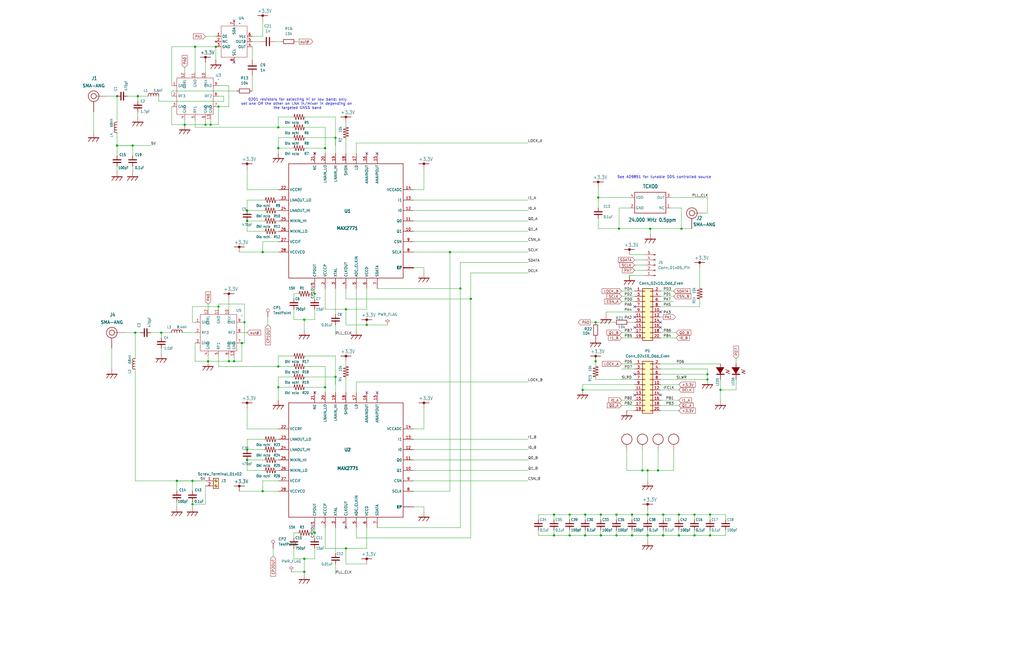
<source format=kicad_sch>
(kicad_sch (version 20250114) (generator "eeschema") (generator_version "9.0")
  (paper "User" 499.999 319.989)
  (text "0201 resistors for selecting hi or low band: only\nset one OR the other on LNA in/mixer in depending on \nthe targeted GNSS band" (at 145.288 50.8 0) (effects (font (size 1.27 1.27))))
  (text "See AD9851 for tunable DDS controlled source" (at 324.358 86.614 0) (effects (font (size 1.27 1.27))))
  (junction (at 316.23 229.87))
  (junction (at 118.11 167.64))
  (junction (at 128.27 123.19))
  (junction (at 270.51 251.46))
  (junction (at 128.27 240.03))
  (junction (at 95.25 22.86))
  (junction (at 78.74 162.56))
  (junction (at 285.75 251.46))
  (junction (at 278.13 261.62))
  (junction (at 114.3 176.53))
  (junction (at 148.59 156.21))
  (junction (at 135.89 62.23))
  (junction (at 179.07 158.75))
  (junction (at 290.83 176.53))
  (junction (at 331.47 251.46))
  (junction (at 67.31 46.99))
  (junction (at 331.47 261.62))
  (junction (at 321.31 229.87))
  (junction (at 313.69 229.87))
  (junction (at 57.15 71.12))
  (junction (at 339.09 251.46))
  (junction (at 168.91 267.97))
  (junction (at 111.76 176.53))
  (junction (at 284.48 190.5))
  (junction (at 86.36 234.95))
  (junction (at 158.75 72.39))
  (junction (at 93.98 234.95))
  (junction (at 332.74 111.76))
  (junction (at 163.83 184.15))
  (junction (at 293.37 261.62))
  (junction (at 224.79 140.97))
  (junction (at 346.71 251.46))
  (junction (at 290.83 157.48))
  (junction (at 316.23 251.46))
  (junction (at 105.41 22.86))
  (junction (at 293.37 251.46))
  (junction (at 346.71 261.62))
  (junction (at 278.13 251.46))
  (junction (at 323.85 251.46))
  (junction (at 308.61 251.46))
  (junction (at 120.65 102.87))
  (junction (at 106.68 52.07))
  (junction (at 308.61 261.62))
  (junction (at 64.77 71.12))
  (junction (at 120.65 224.79))
  (junction (at 285.75 261.62))
  (junction (at 158.75 189.23))
  (junction (at 163.83 67.31))
  (junction (at 148.59 279.4))
  (junction (at 135.89 72.39))
  (junction (at 351.79 190.5))
  (junction (at 339.09 261.62))
  (junction (at 90.17 60.96))
  (junction (at 66.04 162.56))
  (junction (at 135.89 189.23))
  (junction (at 219.71 123.19))
  (junction (at 345.44 182.88))
  (junction (at 57.15 46.99))
  (junction (at 102.87 60.96))
  (junction (at 300.99 251.46))
  (junction (at 229.87 146.05))
  (junction (at 101.6 176.53))
  (junction (at 120.65 219.71))
  (junction (at 270.51 261.62))
  (junction (at 148.59 273.05))
  (junction (at 120.65 107.95))
  (junction (at 345.44 185.42))
  (junction (at 93.98 246.38))
  (junction (at 302.26 111.76))
  (junction (at 100.33 60.96))
  (junction (at 316.23 261.62))
  (junction (at 153.67 143.51))
  (junction (at 168.91 151.13))
  (junction (at 153.67 260.35))
  (junction (at 317.5 111.76))
  (junction (at 300.99 261.62))
  (junction (at 323.85 261.62))
  (junction (at 106.68 149.86))
  (junction (at 292.1 96.52))
  (junction (at 135.89 179.07))
  (junction (at 119.38 157.48))
  (no_connect (at 153.67 74.93))
  (no_connect (at 179.07 74.93))
  (no_connect (at 114.3 10.16))
  (no_connect (at 184.15 191.77))
  (no_connect (at 322.58 160.02))
  (no_connect (at 309.88 182.88))
  (no_connect (at 322.58 152.4))
  (no_connect (at 168.91 257.81))
  (no_connect (at 309.88 193.04))
  (no_connect (at 309.88 160.02))
  (no_connect (at 184.15 74.93))
  (no_connect (at 153.67 191.77))
  (no_connect (at 322.58 157.48))
  (no_connect (at 322.58 193.04))
  (no_connect (at 114.3 30.48))
  (no_connect (at 309.88 154.94))
  (no_connect (at 309.88 149.86))
  (no_connect (at 179.07 191.77))
  (wire (pts (xy 308.61 261.62) (xy 300.99 261.62)) (stroke (width 0.1524)))
  (wire (pts (xy 134.62 97.79) (xy 135.89 97.79)))
  (wire (pts (xy 303.53 198.12) (xy 309.88 198.12)))
  (wire (pts (xy 317.5 111.76) (xy 317.5 114.3)) (stroke (width 0.1524)))
  (wire (pts (xy 322.58 149.86) (xy 341.63 149.86)))
  (wire (pts (xy 135.89 92.71) (xy 120.65 92.71)) (stroke (width 0.1524)))
  (wire (pts (xy 116.84 240.03) (xy 128.27 240.03)) (stroke (width 0.1524)))
  (wire (pts (xy 229.87 146.05) (xy 229.87 262.89)) (stroke (width 0.1524)))
  (wire (pts (xy 129.54 113.03) (xy 120.65 113.03)))
  (wire (pts (xy 201.93 247.65) (xy 207.01 247.65)) (stroke (width 0.1524)))
  (wire (pts (xy 207.01 247.65) (xy 207.01 250.19)) (stroke (width 0.1524)))
  (wire (pts (xy 322.58 195.58) (xy 331.47 195.58)))
  (wire (pts (xy 307.34 157.48) (xy 309.88 157.48)))
  (wire (pts (xy 148.59 273.05) (xy 148.59 279.4)) (stroke (width 0.1524)))
  (wire (pts (xy 173.99 186.69) (xy 257.81 186.69)) (stroke (width 0.1524)))
  (wire (pts (xy 111.76 146.05) (xy 111.76 151.13)))
  (wire (pts (xy 179.07 257.81) (xy 179.07 267.97)) (stroke (width 0.1524)))
  (wire (pts (xy 290.83 173.99) (xy 290.83 176.53)) (stroke (width 0.1524)))
  (wire (pts (xy 306.07 200.66) (xy 309.88 200.66)))
  (wire (pts (xy 135.89 57.15) (xy 135.89 62.23)) (stroke (width 0.1524)))
  (wire (pts (xy 201.93 123.19) (xy 219.71 123.19)) (stroke (width 0.1524)))
  (wire (pts (xy 270.51 251.46) (xy 278.13 251.46)) (stroke (width 0.1524)))
  (wire (pts (xy 151.13 143.51) (xy 153.67 143.51)) (stroke (width 0.1524)))
  (wire (pts (xy 290.83 157.48) (xy 299.72 157.48)))
  (wire (pts (xy 158.75 189.23) (xy 158.75 191.77)) (stroke (width 0.1524)))
  (wire (pts (xy 86.36 234.95) (xy 93.98 234.95)) (stroke (width 0.1524)))
  (wire (pts (xy 302.26 111.76) (xy 317.5 111.76)) (stroke (width 0.1524)))
  (wire (pts (xy 332.74 111.76) (xy 332.74 101.6)) (stroke (width 0.1524)))
  (wire (pts (xy 278.13 251.46) (xy 285.75 251.46)) (stroke (width 0.1524)))
  (wire (pts (xy 148.59 179.07) (xy 158.75 179.07)) (stroke (width 0.1524)))
  (wire (pts (xy 316.23 261.62) (xy 316.23 264.16)) (stroke (width 0.1524)))
  (wire (pts (xy 86.36 234.95) (xy 93.98 234.95)))
  (wire (pts (xy 309.88 129.54) (xy 314.96 129.54)))
  (wire (pts (xy 303.53 177.8) (xy 309.88 177.8)))
  (wire (pts (xy 351.79 185.42) (xy 351.79 190.5)) (stroke (width 0.1524)))
  (wire (pts (xy 322.58 154.94) (xy 323.85 154.94)))
  (wire (pts (xy 316.23 229.87) (xy 316.23 234.95)) (stroke (width 0.1524)))
  (wire (pts (xy 134.62 113.03) (xy 135.89 113.03)) (stroke (width 0.1524)))
  (wire (pts (xy 306.07 229.87) (xy 306.07 219.71)) (stroke (width 0.1524)))
  (wire (pts (xy 120.65 214.63) (xy 120.65 219.71)))
  (wire (pts (xy 95.25 62.23) (xy 127 62.23)))
  (wire (pts (xy 93.98 234.95) (xy 100.33 234.95)) (stroke (width 0.1524)))
  (wire (pts (xy 201.93 240.03) (xy 219.71 240.03)) (stroke (width 0.1524)))
  (wire (pts (xy 95.25 176.53) (xy 101.6 176.53)))
  (wire (pts (xy 123.19 17.78) (xy 128.27 17.78)))
  (wire (pts (xy 322.58 187.96) (xy 331.47 187.96)))
  (wire (pts (xy 118.11 157.48) (xy 119.38 157.48)))
  (wire (pts (xy 285.75 261.62) (xy 278.13 261.62)) (stroke (width 0.1524)))
  (wire (pts (xy 106.68 151.13) (xy 106.68 149.86)))
  (wire (pts (xy 93.98 246.38) (xy 100.33 246.38)))
  (wire (pts (xy 219.71 240.03) (xy 219.71 123.19)) (stroke (width 0.1524)))
  (wire (pts (xy 285.75 251.46) (xy 285.75 254)) (stroke (width 0.1524)))
  (wire (pts (xy 224.79 128.27) (xy 224.79 140.97)) (stroke (width 0.1524)))
  (wire (pts (xy 285.75 261.62) (xy 293.37 261.62)) (stroke (width 0.1524)))
  (wire (pts (xy 339.09 261.62) (xy 339.09 259.08)) (stroke (width 0.1524)))
  (wire (pts (xy 303.53 180.34) (xy 309.88 180.34)))
  (wire (pts (xy 339.09 251.46) (xy 346.71 251.46)) (stroke (width 0.1524)))
  (wire (pts (xy 158.75 62.23) (xy 158.75 72.39)) (stroke (width 0.1524)))
  (wire (pts (xy 106.68 173.99) (xy 106.68 179.07)))
  (wire (pts (xy 120.65 113.03) (xy 120.65 107.95)))
  (wire (pts (xy 321.31 229.87) (xy 321.31 219.71)) (stroke (width 0.1524)))
  (wire (pts (xy 201.93 224.79) (xy 257.81 224.79)) (stroke (width 0.1524)))
  (wire (pts (xy 127 62.23) (xy 135.89 62.23)) (stroke (width 0.1524)))
  (wire (pts (xy 303.53 144.78) (xy 309.88 144.78)))
  (wire (pts (xy 129.54 107.95) (xy 120.65 107.95)) (stroke (width 0.1524)))
  (wire (pts (xy 86.36 234.95) (xy 86.36 240.03)) (stroke (width 0.1524)))
  (wire (pts (xy 153.67 260.35) (xy 153.67 262.89)) (stroke (width 0.1524)))
  (wire (pts (xy 83.82 60.96) (xy 90.17 60.96)))
  (wire (pts (xy 219.71 123.19) (xy 257.81 123.19)) (stroke (width 0.1524)))
  (wire (pts (xy 270.51 259.08) (xy 270.51 261.62)) (stroke (width 0.1524)))
  (wire (pts (xy 93.98 149.86) (xy 93.98 157.48)))
  (wire (pts (xy 339.09 261.62) (xy 346.71 261.62)) (stroke (width 0.1524)))
  (wire (pts (xy 303.53 195.58) (xy 309.88 195.58)))
  (wire (pts (xy 66.04 180.34) (xy 66.04 234.95)))
  (wire (pts (xy 201.93 92.71) (xy 207.01 92.71)) (stroke (width 0.1524)))
  (wire (pts (xy 143.51 62.23) (xy 135.89 62.23)))
  (wire (pts (xy 323.85 251.46) (xy 331.47 251.46)) (stroke (width 0.1524)))
  (wire (pts (xy 153.67 140.97) (xy 153.67 143.51)) (stroke (width 0.1524)))
  (wire (pts (xy 359.41 185.42) (xy 359.41 190.5)) (stroke (width 0.1524)))
  (wire (pts (xy 179.07 158.75) (xy 189.23 158.75)) (stroke (width 0.1524)))
  (wire (pts (xy 111.76 173.99) (xy 111.76 176.53)))
  (wire (pts (xy 148.59 184.15) (xy 163.83 184.15)))
  (wire (pts (xy 293.37 261.62) (xy 293.37 259.08)) (stroke (width 0.1524)))
  (wire (pts (xy 179.07 140.97) (xy 179.07 151.13)) (stroke (width 0.1524)))
  (wire (pts (xy 67.31 54.61) (xy 67.31 57.15)) (stroke (width 0.1524)))
  (wire (pts (xy 307.34 101.6) (xy 302.26 101.6)) (stroke (width 0.1524)))
  (wire (pts (xy 229.87 133.35) (xy 257.81 133.35)) (stroke (width 0.1524)))
  (wire (pts (xy 322.58 198.12) (xy 331.47 198.12)))
  (wire (pts (xy 346.71 261.62) (xy 346.71 259.08)) (stroke (width 0.1524)))
  (wire (pts (xy 295.91 152.4) (xy 309.88 152.4)))
  (wire (pts (xy 106.68 60.96) (xy 102.87 60.96)))
  (wire (pts (xy 270.51 261.62) (xy 262.89 261.62)) (stroke (width 0.1524)))
  (wire (pts (xy 173.99 262.89) (xy 229.87 262.89)) (stroke (width 0.1524)))
  (wire (pts (xy 135.89 72.39) (xy 143.51 72.39)))
  (wire (pts (xy 323.85 251.46) (xy 323.85 254)) (stroke (width 0.1524)))
  (wire (pts (xy 300.99 251.46) (xy 308.61 251.46)) (stroke (width 0.1524)))
  (wire (pts (xy 201.93 209.55) (xy 207.01 209.55)) (stroke (width 0.1524)))
  (wire (pts (xy 101.6 173.99) (xy 101.6 176.53)))
  (wire (pts (xy 129.54 214.63) (xy 120.65 214.63)))
  (wire (pts (xy 143.51 267.97) (xy 143.51 273.05)) (stroke (width 0.1524)))
  (wire (pts (xy 303.53 142.24) (xy 309.88 142.24)))
  (wire (pts (xy 101.6 148.59) (xy 101.6 151.13)))
  (wire (pts (xy 322.58 142.24) (xy 328.93 142.24)))
  (wire (pts (xy 106.68 52.07) (xy 106.68 60.96)))
  (wire (pts (xy 359.41 175.26) (xy 359.41 177.8)) (stroke (width 0.1524)))
  (wire (pts (xy 354.33 251.46) (xy 354.33 254)) (stroke (width 0.1524)))
  (wire (pts (xy 316.23 248.92) (xy 316.23 251.46)) (stroke (width 0.1524)))
  (wire (pts (xy 317.5 111.76) (xy 332.74 111.76)) (stroke (width 0.1524)))
  (wire (pts (xy 173.99 257.81) (xy 173.99 262.89)) (stroke (width 0.1524)))
  (wire (pts (xy 201.93 214.63) (xy 257.81 214.63)) (stroke (width 0.1524)))
  (wire (pts (xy 129.54 102.87) (xy 120.65 102.87)) (stroke (width 0.1524)))
  (wire (pts (xy 163.83 184.15) (xy 163.83 191.77)) (stroke (width 0.1524)))
  (wire (pts (xy 143.51 143.51) (xy 143.51 146.05)) (stroke (width 0.1524)))
  (wire (pts (xy 135.89 107.95) (xy 134.62 107.95)) (stroke (width 0.1524)))
  (wire (pts (xy 135.89 102.87) (xy 134.62 102.87)) (stroke (width 0.1524)))
  (wire (pts (xy 134.62 229.87) (xy 135.89 229.87)) (stroke (width 0.1524)))
  (wire (pts (xy 322.58 144.78) (xy 328.93 144.78)))
  (wire (pts (xy 359.41 190.5) (xy 351.79 190.5)) (stroke (width 0.1524)))
  (wire (pts (xy 66.04 162.56) (xy 68.58 162.56)) (stroke (width 0.1524)))
  (wire (pts (xy 179.07 151.13) (xy 168.91 151.13)) (stroke (width 0.1524)))
  (wire (pts (xy 146.05 260.35) (xy 143.51 260.35)) (stroke (width 0.1524)))
  (wire (pts (xy 293.37 261.62) (xy 300.99 261.62)) (stroke (width 0.1524)))
  (wire (pts (xy 293.37 251.46) (xy 300.99 251.46)) (stroke (width 0.1524)))
  (wire (pts (xy 346.71 261.62) (xy 354.33 261.62)) (stroke (width 0.1524)))
  (wire (pts (xy 309.88 127) (xy 314.96 127)))
  (wire (pts (xy 163.83 140.97) (xy 163.83 153.67)) (stroke (width 0.1524)))
  (wire (pts (xy 262.89 259.08) (xy 262.89 261.62)) (stroke (width 0.1524)))
  (wire (pts (xy 173.99 74.93) (xy 173.99 69.85)) (stroke (width 0.1524)))
  (wire (pts (xy 129.54 97.79) (xy 120.65 97.79)))
  (wire (pts (xy 322.58 200.66) (xy 331.47 200.66)))
  (wire (pts (xy 284.48 187.96) (xy 284.48 190.5)))
  (wire (pts (xy 90.17 58.42) (xy 90.17 60.96)))
  (wire (pts (xy 57.15 81.28) (xy 57.15 83.82)) (stroke (width 0.1524)))
  (wire (pts (xy 78.74 170.18) (xy 78.74 172.72)) (stroke (width 0.1524)))
  (wire (pts (xy 153.67 273.05) (xy 153.67 267.97)) (stroke (width 0.1524)))
  (wire (pts (xy 168.91 146.05) (xy 229.87 146.05)) (stroke (width 0.1524)))
  (wire (pts (xy 354.33 261.62) (xy 354.33 259.08)) (stroke (width 0.1524)))
  (wire (pts (xy 224.79 140.97) (xy 224.79 257.81)) (stroke (width 0.1524)))
  (wire (pts (xy 135.89 189.23) (xy 143.51 189.23)))
  (wire (pts (xy 337.82 96.52) (xy 345.44 96.52)))
  (wire (pts (xy 158.75 72.39) (xy 148.59 72.39)) (stroke (width 0.1524)))
  (wire (pts (xy 93.98 245.11) (xy 93.98 246.38)))
  (wire (pts (xy 322.58 147.32) (xy 328.93 147.32)))
  (wire (pts (xy 135.89 234.95) (xy 128.27 234.95)) (stroke (width 0.1524)))
  (wire (pts (xy 322.58 182.88) (xy 345.44 182.88)))
  (wire (pts (xy 106.68 46.99) (xy 109.22 46.99)))
  (wire (pts (xy 207.01 92.71) (xy 207.01 82.55)) (stroke (width 0.1524)))
  (wire (pts (xy 148.59 273.05) (xy 153.67 273.05)) (stroke (width 0.1524)))
  (wire (pts (xy 146.05 143.51) (xy 143.51 143.51)) (stroke (width 0.1524)))
  (wire (pts (xy 316.23 251.46) (xy 316.23 254)) (stroke (width 0.1524)))
  (wire (pts (xy 123.19 22.86) (xy 123.19 29.21)))
  (wire (pts (xy 345.44 182.88) (xy 345.44 185.42)))
  (wire (pts (xy 90.17 33.02) (xy 90.17 35.56)))
  (wire (pts (xy 300.99 254) (xy 300.99 251.46)) (stroke (width 0.1524)))
  (wire (pts (xy 144.78 20.32) (xy 146.05 20.32)))
  (wire (pts (xy 308.61 259.08) (xy 308.61 261.62)) (stroke (width 0.1524)))
  (wire (pts (xy 331.47 251.46) (xy 331.47 254)) (stroke (width 0.1524)))
  (wire (pts (xy 153.67 143.51) (xy 153.67 146.05)) (stroke (width 0.1524)))
  (wire (pts (xy 148.59 62.23) (xy 158.75 62.23)) (stroke (width 0.1524)))
  (wire (pts (xy 322.58 185.42) (xy 345.44 185.42)))
  (wire (pts (xy 93.98 246.38) (xy 93.98 247.65)))
  (wire (pts (xy 201.93 113.03) (xy 257.81 113.03)) (stroke (width 0.1524)))
  (wire (pts (xy 129.54 219.71) (xy 120.65 219.71)) (stroke (width 0.1524)))
  (wire (pts (xy 57.15 71.12) (xy 57.15 76.2)) (stroke (width 0.1524)))
  (wire (pts (xy 308.61 251.46) (xy 316.23 251.46)) (stroke (width 0.1524)))
  (wire (pts (xy 332.74 101.6) (xy 327.66 101.6)) (stroke (width 0.1524)))
  (wire (pts (xy 313.69 229.87) (xy 316.23 229.87)) (stroke (width 0.1524)))
  (wire (pts (xy 120.65 229.87) (xy 120.65 224.79)))
  (wire (pts (xy 328.93 229.87) (xy 328.93 219.71)) (stroke (width 0.1524)))
  (wire (pts (xy 309.88 187.96) (xy 284.48 187.96)))
  (wire (pts (xy 346.71 251.46) (xy 354.33 251.46)) (stroke (width 0.1524)))
  (wire (pts (xy 168.91 151.13) (xy 168.91 158.75)) (stroke (width 0.1524)))
  (wire (pts (xy 295.91 152.4) (xy 295.91 153.67)))
  (wire (pts (xy 106.68 149.86) (xy 93.98 149.86)))
  (wire (pts (xy 158.75 179.07) (xy 158.75 189.23)) (stroke (width 0.1524)))
  (wire (pts (xy 332.74 111.76) (xy 337.82 111.76)) (stroke (width 0.1524)))
  (wire (pts (xy 77.47 46.99) (xy 77.47 49.53)))
  (wire (pts (xy 262.89 254) (xy 262.89 251.46)) (stroke (width 0.1524)))
  (wire (pts (xy 135.89 209.55) (xy 120.65 209.55)) (stroke (width 0.1524)))
  (wire (pts (xy 135.89 118.11) (xy 128.27 118.11)) (stroke (width 0.1524)))
  (wire (pts (xy 316.23 261.62) (xy 323.85 261.62)) (stroke (width 0.1524)))
  (wire (pts (xy 151.13 260.35) (xy 153.67 260.35)) (stroke (width 0.1524)))
  (wire (pts (xy 201.93 102.87) (xy 257.81 102.87)) (stroke (width 0.1524)))
  (wire (pts (xy 100.33 30.48) (xy 100.33 35.56)))
  (wire (pts (xy 168.91 176.53) (xy 168.91 179.07)) (stroke (width 0.1524)))
  (wire (pts (xy 290.83 185.42) (xy 290.83 184.15)))
  (wire (pts (xy 284.48 190.5) (xy 309.88 190.5)))
  (wire (pts (xy 135.89 67.31) (xy 135.89 72.39)))
  (wire (pts (xy 118.11 167.64) (xy 118.11 176.53)))
  (wire (pts (xy 109.22 46.99) (xy 109.22 49.53)))
  (wire (pts (xy 321.31 229.87) (xy 328.93 229.87)) (stroke (width 0.1524)))
  (wire (pts (xy 224.79 128.27) (xy 257.81 128.27)) (stroke (width 0.1524)))
  (wire (pts (xy 114.3 173.99) (xy 114.3 176.53)))
  (wire (pts (xy 106.68 41.91) (xy 111.76 41.91)))
  (wire (pts (xy 303.53 165.1) (xy 309.88 165.1)))
  (wire (pts (xy 95.25 22.86) (xy 105.41 22.86)))
  (wire (pts (xy 143.51 179.07) (xy 135.89 179.07)))
  (wire (pts (xy 285.75 251.46) (xy 293.37 251.46)) (stroke (width 0.1524)))
  (wire (pts (xy 322.58 177.8) (xy 351.79 177.8)))
  (wire (pts (xy 323.85 261.62) (xy 331.47 261.62)) (stroke (width 0.1524)))
  (wire (pts (xy 173.99 140.97) (xy 173.99 161.29)) (stroke (width 0.1524)))
  (wire (pts (xy 163.83 257.81) (xy 163.83 270.51)) (stroke (width 0.1524)))
  (wire (pts (xy 118.11 176.53) (xy 114.3 176.53)))
  (wire (pts (xy 158.75 72.39) (xy 158.75 74.93)) (stroke (width 0.1524)))
  (wire (pts (xy 316.23 259.08) (xy 316.23 261.62)) (stroke (width 0.1524)))
  (wire (pts (xy 323.85 261.62) (xy 323.85 259.08)) (stroke (width 0.1524)))
  (wire (pts (xy 302.26 111.76) (xy 292.1 111.76)) (stroke (width 0.1524)))
  (wire (pts (xy 93.98 157.48) (xy 95.25 157.48)))
  (wire (pts (xy 66.04 162.56) (xy 66.04 175.26)) (stroke (width 0.1524)))
  (wire (pts (xy 143.51 273.05) (xy 148.59 273.05)) (stroke (width 0.1524)))
  (wire (pts (xy 307.34 96.52) (xy 292.1 96.52)) (stroke (width 0.1524)))
  (wire (pts (xy 201.93 97.79) (xy 257.81 97.79)) (stroke (width 0.1524)))
  (wire (pts (xy 148.59 67.31) (xy 163.83 67.31)))
  (wire (pts (xy 168.91 267.97) (xy 168.91 275.59)) (stroke (width 0.1524)))
  (wire (pts (xy 135.89 240.03) (xy 128.27 240.03)) (stroke (width 0.1524)))
  (wire (pts (xy 135.89 184.15) (xy 135.89 189.23)))
  (wire (pts (xy 158.75 189.23) (xy 148.59 189.23)) (stroke (width 0.1524)))
  (wire (pts (xy 119.38 157.48) (xy 119.38 167.64)))
  (wire (pts (xy 322.58 190.5) (xy 331.47 190.5)))
  (wire (pts (xy 229.87 146.05) (xy 229.87 133.35)) (stroke (width 0.1524)))
  (wire (pts (xy 292.1 111.76) (xy 292.1 106.68)) (stroke (width 0.1524)))
  (wire (pts (xy 83.82 52.07) (xy 83.82 60.96)))
  (wire (pts (xy 148.59 156.21) (xy 153.67 156.21)) (stroke (width 0.1524)))
  (wire (pts (xy 129.54 229.87) (xy 120.65 229.87)))
  (wire (pts (xy 143.51 151.13) (xy 143.51 156.21)) (stroke (width 0.1524)))
  (wire (pts (xy 148.59 173.99) (xy 163.83 173.99)) (stroke (width 0.1524)))
  (wire (pts (xy 78.74 162.56) (xy 83.82 162.56)) (stroke (width 0.1524)))
  (wire (pts (xy 130.81 154.94) (xy 130.81 158.75)))
  (wire (pts (xy 102.87 60.96) (xy 100.33 60.96)))
  (wire (pts (xy 60.96 162.56) (xy 66.04 162.56)) (stroke (width 0.1524)))
  (wire (pts (xy 158.75 140.97) (xy 158.75 151.13)) (stroke (width 0.1524)))
  (wire (pts (xy 322.58 165.1) (xy 330.2 165.1)))
  (wire (pts (xy 135.89 123.19) (xy 128.27 123.19)) (stroke (width 0.1524)))
  (wire (pts (xy 93.98 234.95) (xy 93.98 240.03)) (stroke (width 0.1524)))
  (wire (pts (xy 158.75 257.81) (xy 158.75 267.97)) (stroke (width 0.1524)))
  (wire (pts (xy 278.13 254) (xy 278.13 251.46)) (stroke (width 0.1524)))
  (wire (pts (xy 57.15 64.77) (xy 57.15 71.12)))
  (wire (pts (xy 346.71 251.46) (xy 346.71 254)) (stroke (width 0.1524)))
  (wire (pts (xy 106.68 148.59) (xy 119.38 148.59)))
  (wire (pts (xy 351.79 190.5) (xy 351.79 195.58)) (stroke (width 0.1524)))
  (wire (pts (xy 135.89 219.71) (xy 134.62 219.71)) (stroke (width 0.1524)))
  (wire (pts (xy 201.93 229.87) (xy 257.81 229.87)) (stroke (width 0.1524)))
  (wire (pts (xy 163.83 57.15) (xy 163.83 67.31)) (stroke (width 0.1524)))
  (wire (pts (xy 123.19 20.32) (xy 127 20.32)))
  (wire (pts (xy 345.44 180.34) (xy 345.44 182.88)))
  (wire (pts (xy 184.15 257.81) (xy 224.79 257.81)) (stroke (width 0.1524)))
  (wire (pts (xy 168.91 140.97) (xy 168.91 146.05)) (stroke (width 0.1524)))
  (wire (pts (xy 83.82 22.86) (xy 83.82 41.91)))
  (wire (pts (xy 128.27 234.95) (xy 128.27 240.03)) (stroke (width 0.1524)))
  (wire (pts (xy 134.62 20.32) (xy 137.16 20.32)))
  (wire (pts (xy 135.89 57.15) (xy 143.51 57.15)) (stroke (width 0.1524)))
  (wire (pts (xy 300.99 259.08) (xy 300.99 261.62)) (stroke (width 0.1524)))
  (wire (pts (xy 120.65 97.79) (xy 120.65 102.87)))
  (wire (pts (xy 163.83 184.15) (xy 163.83 187.96)))
  (wire (pts (xy 168.91 59.69) (xy 168.91 62.23)) (stroke (width 0.1524)))
  (wire (pts (xy 102.87 58.42) (xy 102.87 60.96)))
  (wire (pts (xy 109.22 49.53) (xy 77.47 49.53)))
  (wire (pts (xy 316.23 251.46) (xy 323.85 251.46)) (stroke (width 0.1524)))
  (wire (pts (xy 168.91 275.59) (xy 179.07 275.59)) (stroke (width 0.1524)))
  (wire (pts (xy 64.77 71.12) (xy 57.15 71.12)))
  (wire (pts (xy 307.34 124.46) (xy 314.96 124.46)))
  (wire (pts (xy 316.23 229.87) (xy 321.31 229.87)) (stroke (width 0.1524)))
  (wire (pts (xy 331.47 251.46) (xy 339.09 251.46)) (stroke (width 0.1524)))
  (wire (pts (xy 148.59 156.21) (xy 148.59 161.29)) (stroke (width 0.1524)))
  (wire (pts (xy 303.53 162.56) (xy 309.88 162.56)))
  (wire (pts (xy 88.9 162.56) (xy 95.25 162.56)))
  (wire (pts (xy 306.07 229.87) (xy 313.69 229.87)) (stroke (width 0.1524)))
  (wire (pts (xy 184.15 140.97) (xy 224.79 140.97)) (stroke (width 0.1524)))
  (wire (pts (xy 153.67 156.21) (xy 153.67 151.13)) (stroke (width 0.1524)))
  (wire (pts (xy 278.13 259.08) (xy 278.13 261.62)) (stroke (width 0.1524)))
  (wire (pts (xy 293.37 251.46) (xy 293.37 254)) (stroke (width 0.1524)))
  (wire (pts (xy 128.27 118.11) (xy 128.27 123.19)) (stroke (width 0.1524)))
  (wire (pts (xy 290.83 185.42) (xy 309.88 185.42)))
  (wire (pts (xy 45.72 54.61) (xy 45.72 64.77)) (stroke (width 0.1524)))
  (wire (pts (xy 331.47 261.62) (xy 331.47 259.08)) (stroke (width 0.1524)))
  (wire (pts (xy 168.91 67.31) (xy 168.91 74.93)) (stroke (width 0.1524)))
  (wire (pts (xy 111.76 41.91) (xy 111.76 52.07)))
  (wire (pts (xy 83.82 44.45) (xy 115.57 44.45)))
  (wire (pts (xy 95.25 22.86) (xy 95.25 35.56)))
  (wire (pts (xy 142.24 279.4) (xy 148.59 279.4)))
  (wire (pts (xy 168.91 151.13) (xy 158.75 151.13)) (stroke (width 0.1524)))
  (wire (pts (xy 129.54 224.79) (xy 120.65 224.79)) (stroke (width 0.1524)))
  (wire (pts (xy 207.01 130.81) (xy 207.01 133.35)) (stroke (width 0.1524)))
  (wire (pts (xy 327.66 96.52) (xy 337.82 96.52)) (stroke (width 0.1524)))
  (wire (pts (xy 64.77 71.12) (xy 64.77 76.2)) (stroke (width 0.1524)))
  (wire (pts (xy 100.33 17.78) (xy 105.41 17.78)))
  (wire (pts (xy 143.51 184.15) (xy 135.89 184.15)))
  (wire (pts (xy 163.83 67.31) (xy 163.83 71.12)))
  (wire (pts (xy 308.61 254) (xy 308.61 251.46)) (stroke (width 0.1524)))
  (wire (pts (xy 120.65 209.55) (xy 120.65 199.39)) (stroke (width 0.1524)))
  (wire (pts (xy 163.83 158.75) (xy 163.83 163.83)) (stroke (width 0.1524)))
  (wire (pts (xy 173.99 191.77) (xy 173.99 186.69)) (stroke (width 0.1524)))
  (wire (pts (xy 292.1 96.52) (xy 292.1 101.6)) (stroke (width 0.1524)))
  (wire (pts (xy 201.93 118.11) (xy 257.81 118.11)) (stroke (width 0.1524)))
  (wire (pts (xy 285.75 259.08) (xy 285.75 261.62)) (stroke (width 0.1524)))
  (wire (pts (xy 148.59 57.15) (xy 163.83 57.15)) (stroke (width 0.1524)))
  (wire (pts (xy 100.33 60.96) (xy 90.17 60.96)))
  (wire (pts (xy 67.31 46.99) (xy 67.31 49.53)) (stroke (width 0.1524)))
  (wire (pts (xy 100.33 58.42) (xy 100.33 60.96)))
  (wire (pts (xy 93.98 234.95) (xy 97.79 234.95)))
  (wire (pts (xy 322.58 162.56) (xy 330.2 162.56)))
  (wire (pts (xy 292.1 91.44) (xy 292.1 96.52)) (stroke (width 0.1524)))
  (wire (pts (xy 344.17 104.14) (xy 345.44 104.14)))
  (wire (pts (xy 57.15 46.99) (xy 57.15 59.69)))
  (wire (pts (xy 57.15 71.12) (xy 64.77 71.12)) (stroke (width 0.1524)))
  (wire (pts (xy 123.19 36.83) (xy 123.19 44.45)))
  (wire (pts (xy 302.26 101.6) (xy 302.26 111.76)) (stroke (width 0.1524)))
  (wire (pts (xy 106.68 149.86) (xy 106.68 148.59)))
  (wire (pts (xy 135.89 72.39) (xy 135.89 74.93)))
  (wire (pts (xy 173.99 69.85) (xy 257.81 69.85)) (stroke (width 0.1524)))
  (wire (pts (xy 290.83 176.53) (xy 290.83 179.07)) (stroke (width 0.1524)))
  (wire (pts (xy 341.63 146.05) (xy 341.63 149.86)))
  (wire (pts (xy 111.76 52.07) (xy 106.68 52.07)))
  (wire (pts (xy 73.66 71.12) (xy 64.77 71.12)))
  (wire (pts (xy 100.33 246.38) (xy 100.33 237.49)))
  (wire (pts (xy 143.51 67.31) (xy 135.89 67.31)))
  (wire (pts (xy 313.69 229.87) (xy 313.69 219.71)) (stroke (width 0.1524)))
  (wire (pts (xy 163.83 67.31) (xy 163.83 74.93)) (stroke (width 0.1524)))
  (wire (pts (xy 83.82 46.99) (xy 83.82 44.45)))
  (wire (pts (xy 322.58 180.34) (xy 345.44 180.34)))
  (wire (pts (xy 345.44 104.14) (xy 345.44 96.52)))
  (wire (pts (xy 95.25 58.42) (xy 95.25 62.23)))
  (wire (pts (xy 201.93 219.71) (xy 257.81 219.71)) (stroke (width 0.1524)))
  (wire (pts (xy 83.82 22.86) (xy 95.25 22.86)))
  (wire (pts (xy 67.31 46.99) (xy 72.39 46.99)) (stroke (width 0.1524)))
  (wire (pts (xy 73.66 162.56) (xy 78.74 162.56)) (stroke (width 0.1524)))
  (wire (pts (xy 168.91 267.97) (xy 158.75 267.97)) (stroke (width 0.1524)))
  (wire (pts (xy 341.63 140.97) (xy 341.63 130.81)) (stroke (width 0.1524)))
  (wire (pts (xy 288.29 157.48) (xy 290.83 157.48)))
  (wire (pts (xy 128.27 10.16) (xy 128.27 17.78)))
  (wire (pts (xy 207.01 209.55) (xy 207.01 199.39)) (stroke (width 0.1524)))
  (wire (pts (xy 135.89 173.99) (xy 135.89 179.07)) (stroke (width 0.1524)))
  (wire (pts (xy 201.93 130.81) (xy 207.01 130.81)) (stroke (width 0.1524)))
  (wire (pts (xy 168.91 158.75) (xy 179.07 158.75)) (stroke (width 0.1524)))
  (wire (pts (xy 135.89 224.79) (xy 134.62 224.79)) (stroke (width 0.1524)))
  (wire (pts (xy 134.62 214.63) (xy 135.89 214.63)))
  (wire (pts (xy 133.35 267.97) (xy 133.35 271.78)))
  (wire (pts (xy 262.89 251.46) (xy 270.51 251.46)) (stroke (width 0.1524)))
  (wire (pts (xy 153.67 257.81) (xy 153.67 260.35)) (stroke (width 0.1524)))
  (wire (pts (xy 64.77 81.28) (xy 64.77 83.82)))
  (wire (pts (xy 52.07 46.99) (xy 57.15 46.99)) (stroke (width 0.1524)))
  (wire (pts (xy 54.61 170.18) (xy 54.61 180.34)) (stroke (width 0.1524)))
  (wire (pts (xy 201.93 234.95) (xy 257.81 234.95)) (stroke (width 0.1524)))
  (wire (pts (xy 143.51 156.21) (xy 148.59 156.21)) (stroke (width 0.1524)))
  (wire (pts (xy 163.83 173.99) (xy 163.83 184.15)) (stroke (width 0.1524)))
  (wire (pts (xy 278.13 261.62) (xy 270.51 261.62)) (stroke (width 0.1524)))
  (wire (pts (xy 66.04 234.95) (xy 86.36 234.95)))
  (wire (pts (xy 270.51 254) (xy 270.51 251.46)) (stroke (width 0.1524)))
  (wire (pts (xy 120.65 92.71) (xy 120.65 82.55)) (stroke (width 0.1524)))
  (wire (pts (xy 135.89 189.23) (xy 135.89 195.58)))
  (wire (pts (xy 111.76 176.53) (xy 101.6 176.53)))
  (wire (pts (xy 303.53 147.32) (xy 309.88 147.32)))
  (wire (pts (xy 135.89 173.99) (xy 143.51 173.99)) (stroke (width 0.1524)))
  (wire (pts (xy 116.84 123.19) (xy 128.27 123.19)) (stroke (width 0.1524)))
  (wire (pts (xy 95.25 167.64) (xy 95.25 176.53)))
  (wire (pts (xy 114.3 176.53) (xy 111.76 176.53)))
  (wire (pts (xy 331.47 261.62) (xy 339.09 261.62)) (stroke (width 0.1524)))
  (wire (pts (xy 119.38 148.59) (xy 119.38 157.48)))
  (wire (pts (xy 309.88 132.08) (xy 314.96 132.08)))
  (wire (pts (xy 307.34 134.62) (xy 314.96 134.62)))
  (wire (pts (xy 86.36 245.11) (xy 86.36 247.65)) (stroke (width 0.1524)))
  (wire (pts (xy 106.68 179.07) (xy 135.89 179.07)))
  (wire (pts (xy 62.23 46.99) (xy 67.31 46.99)) (stroke (width 0.1524)))
  (wire (pts (xy 143.51 260.35) (xy 143.51 262.89)) (stroke (width 0.1524)))
  (wire (pts (xy 316.23 261.62) (xy 308.61 261.62)) (stroke (width 0.1524)))
  (wire (pts (xy 105.41 22.86) (xy 105.41 29.21)))
  (wire (pts (xy 201.93 107.95) (xy 257.81 107.95)) (stroke (width 0.1524)))
  (wire (pts (xy 148.59 279.4) (xy 148.59 280.67)) (stroke (width 0.1524)))
  (wire (pts (xy 163.83 275.59) (xy 163.83 280.67)) (stroke (width 0.1524)))
  (wire (pts (xy 118.11 167.64) (xy 119.38 167.64)))
  (wire (pts (xy 339.09 251.46) (xy 339.09 254)) (stroke (width 0.1524)))
  (wire (pts (xy 118.11 162.56) (xy 120.65 162.56)))
  (wire (pts (xy 78.74 162.56) (xy 78.74 165.1)) (stroke (width 0.1524)))
  (wire (pts (xy 168.91 184.15) (xy 168.91 191.77)) (stroke (width 0.1524)))
  (wire (pts (xy 179.07 267.97) (xy 168.91 267.97)) (stroke (width 0.1524)))
  (label "PA7" (at 323.85 147.32 0))
  (label "PD4" (at 304.8 142.24 0))
  (label "PLL_CLK" (at 163.83 280.67 0))
  (label "PA4" (at 304.8 152.4 0))
  (label "CSN_B" (at 257.81 234.95 0) (effects (font (size 1.2446 1.2446))))
  (label "Q1_A" (at 257.81 113.03 0) (effects (font (size 1.2446 1.2446))))
  (label "PB2" (at 304.8 198.12 0))
  (label "I1_A" (at 257.81 97.79 0) (effects (font (size 1.2446 1.2446))))
  (label "PA2" (at 304.8 156.21 0))
  (label "PD2" (at 304.8 144.78 0))
  (label "PD7" (at 304.8 180.34 0))
  (label "PLL_CLK" (at 163.83 163.83 0))
  (label "5V" (at 73.66 71.12 0))
  (label "PB4" (at 323.85 165.1 0))
  (label "PB7" (at 304.8 162.56 0))
  (label "PD3" (at 323.85 142.24 0))
  (label "PA3" (at 323.85 153.67 0))
  (label "Q0_A" (at 257.81 107.95 0) (effects (font (size 1.2446 1.2446))))
  (label "IFCLK" (at 323.85 190.5 0))
  (label "CP1OUT" (at 153.67 146.05 90))
  (label "SLRD" (at 303.53 185.42 0))
  (label "SLWR" (at 330.2 185.42 0))
  (label "I1_B" (at 257.81 214.63 0) (effects (font (size 1.2446 1.2446))))
  (label "I0_A" (at 257.81 102.87 0) (effects (font (size 1.2446 1.2446))))
  (label "DCLK" (at 257.81 133.35 0) (effects (font (size 1.2446 1.2446))))
  (label "PLL_CLK" (at 337.82 96.52 0))
  (label "Q1_B" (at 257.81 229.87 0) (effects (font (size 1.2446 1.2446))))
  (label "PB1" (at 325.12 195.58 0))
  (label "CP2OUT" (at 153.67 262.89 90))
  (label "LOCK_B" (at 257.81 186.69 0) (effects (font (size 1.2446 1.2446))))
  (label "PA6" (at 304.8 149.86 0))
  (label "SDATA" (at 257.81 128.27 0) (effects (font (size 1.2446 1.2446))))
  (label "SCLK" (at 257.81 123.19 0) (effects (font (size 1.2446 1.2446))))
  (label "Q0_B" (at 257.81 224.79 0) (effects (font (size 1.2446 1.2446))))
  (label "PD0" (at 304.8 147.32 0))
  (label "PA5" (at 323.85 149.86 0))
  (label "PD5" (at 304.8 177.8 0))
  (label "CSN_A" (at 257.81 118.11 0) (effects (font (size 1.2446 1.2446))))
  (label "PD6" (at 330.2 177.8 0))
  (label "PB6" (at 323.85 162.56 0))
  (label "I0_B" (at 257.81 219.71 0) (effects (font (size 1.2446 1.2446))))
  (label "PD1" (at 323.85 144.78 0))
  (label "PB3" (at 325.12 198.12 0))
  (label "LOCK_A" (at 257.81 69.85 0) (effects (font (size 1.2446 1.2446))))
  (label "PB0" (at 304.8 195.58 0))
  (label "5V" (at 97.79 234.95 0))
  (label "PB5" (at 304.8 165.1 0))
  (global_label "PD7" (shape input) (at 359.41 175.26 90) (property "Intersheetrefs" "${INTERSHEET_REFS}" (effects (hide yes))))
  (global_label "out#" (shape output) (at 146.05 20.32 0) (property "Intersheetrefs" "${INTERSHEET_REFS}" (effects (hide yes))))
  (global_label "SDATA" (shape input) (at 328.93 142.24 0) (property "Intersheetrefs" "${INTERSHEET_REFS}" (effects (hide yes))))
  (global_label "LOCK_B" (shape input) (at 303.53 142.24 180) (property "Intersheetrefs" "${INTERSHEET_REFS}" (effects (hide yes))))
  (global_label "SCLK" (shape input) (at 303.53 144.78 180) (property "Intersheetrefs" "${INTERSHEET_REFS}" (effects (hide yes))))
  (global_label "SCLK" (shape input) (at 309.88 129.54 180) (property "Intersheetrefs" "${INTERSHEET_REFS}" (effects (hide yes))))
  (global_label "PA1" (shape output) (at 323.85 154.94 0) (property "Intersheetrefs" "${INTERSHEET_REFS}" (effects (hide yes))))
  (global_label "+3.3V" (shape input) (at 331.47 187.96 0) (property "Intersheetrefs" "${INTERSHEET_REFS}" (effects (hide yes))))
  (global_label "PA7" (shape input) (at 309.88 132.08 180) (property "Intersheetrefs" "${INTERSHEET_REFS}" (effects (hide yes))))
  (global_label "+3.3V" (shape input) (at 331.47 200.66 0) (property "Intersheetrefs" "${INTERSHEET_REFS}" (effects (hide yes))))
  (global_label "CSN_A" (shape input) (at 303.53 147.32 180) (property "Intersheetrefs" "${INTERSHEET_REFS}" (effects (hide yes))))
  (global_label "SDATA" (shape input) (at 309.88 127 180) (property "Intersheetrefs" "${INTERSHEET_REFS}" (effects (hide yes))))
  (global_label "I1_B" (shape input) (at 303.53 165.1 180) (property "Intersheetrefs" "${INTERSHEET_REFS}" (effects (hide yes))))
  (global_label "CP1OUT" (shape input) (at 130.81 158.75 270) (property "Intersheetrefs" "${INTERSHEET_REFS}" (effects (hide yes))))
  (global_label "Q1_B" (shape input) (at 303.53 162.56 180) (property "Intersheetrefs" "${INTERSHEET_REFS}" (effects (hide yes))))
  (global_label "DCLK" (shape input) (at 331.47 190.5 0) (property "Intersheetrefs" "${INTERSHEET_REFS}" (effects (hide yes))))
  (global_label "PA0" (shape input) (at 101.6 148.59 90) (property "Intersheetrefs" "${INTERSHEET_REFS}" (effects (hide yes))))
  (global_label "I1_A" (shape input) (at 331.47 195.58 0) (property "Intersheetrefs" "${INTERSHEET_REFS}" (effects (hide yes))))
  (global_label "I0_B" (shape input) (at 330.2 165.1 0) (property "Intersheetrefs" "${INTERSHEET_REFS}" (effects (hide yes))))
  (global_label "PA0" (shape output) (at 288.29 157.48 180) (property "Intersheetrefs" "${INTERSHEET_REFS}" (effects (hide yes))))
  (global_label "Q1_A" (shape input) (at 331.47 198.12 0) (property "Intersheetrefs" "${INTERSHEET_REFS}" (effects (hide yes))))
  (global_label "CSN_B" (shape input) (at 328.93 144.78 0) (property "Intersheetrefs" "${INTERSHEET_REFS}" (effects (hide yes))))
  (global_label "LOCK_A" (shape input) (at 303.53 177.8 180) (property "Intersheetrefs" "${INTERSHEET_REFS}" (effects (hide yes))))
  (global_label "PA0" (shape input) (at 90.17 33.02 90) (property "Intersheetrefs" "${INTERSHEET_REFS}" (effects (hide yes))))
  (global_label "Q0_A" (shape input) (at 303.53 198.12 180) (property "Intersheetrefs" "${INTERSHEET_REFS}" (effects (hide yes))))
  (global_label "out#" (shape input) (at 120.65 162.56 0) (property "Intersheetrefs" "${INTERSHEET_REFS}" (effects (hide yes))))
  (global_label "Q0_B" (shape input) (at 330.2 162.56 0) (property "Intersheetrefs" "${INTERSHEET_REFS}" (effects (hide yes))))
  (global_label "CP2OUT" (shape input) (at 133.35 271.78 270) (property "Intersheetrefs" "${INTERSHEET_REFS}" (effects (hide yes))))
  (global_label "PA1" (shape input) (at 100.33 17.78 180) (property "Intersheetrefs" "${INTERSHEET_REFS}" (effects (hide yes))))
  (global_label "I0_A" (shape input) (at 303.53 195.58 180) (property "Intersheetrefs" "${INTERSHEET_REFS}" (effects (hide yes))))
  (symbol (lib_id "pocket_sdr_v2.3-eagle-import:GND") (at 90.17 60.96 0) (unit 1)
    (property "Reference" "#U$018" (effects (hide yes)))
    (property "Value" "GND" (effects (hide yes)))
  )
  (symbol (lib_id "pocket_sdr_v2.3-eagle-import:R1005") (at 341.63 143.51 90) (unit 1)
    (property "Reference" "R14" (at 339.598 148.336 0) (effects (font (size 1.27 1.0795)) (justify left bottom)))
    (property "Value" "10k" (at 339.598 143.51 0) (effects (font (size 1.27 1.0795)) (justify left bottom)))
    (property "Footprint" "pocket_sdr_v2.3:C1005" (effects (hide yes)))
  )
  (symbol (lib_id "pocket_sdr_v2.3-eagle-import:C1005") (at 143.51 265.43 0) (unit 1)
    (property "Reference" "C10" (at 144.145 263.525 0) (effects (font (size 1.27 1.0795)) (justify left bottom)))
    (property "Value" "750pF" (at 144.145 268.605 0) (effects (font (size 1.27 1.0795)) (justify left bottom)))
    (property "Footprint" "pocket_sdr_v2.3:C1005" (effects (hide yes)))
  )
  (symbol (lib_id "pocket_sdr_v2.3-eagle-import:GND") (at 207.01 250.19 0) (unit 1)
    (property "Reference" "#U$041" (effects (hide yes)))
    (property "Value" "GND" (effects (hide yes)))
  )
  (symbol (lib_id "pocket_sdr_v2.3-eagle-import:R1005") (at 132.08 102.87 180) (unit 1)
    (property "Reference" "R10" (at 136.906 104.902 0) (effects (font (size 1.27 1.0795)) (justify left bottom)))
    (property "Value" "0hi nclo" (at 132.08 104.902 0) (effects (font (size 1.27 1.0795)) (justify left bottom)))
    (property "Footprint" "Resistor_SMD:R_0201_0603Metric" (effects (hide yes)))
  )
  (symbol (lib_id "pocket_sdr_v2.3-eagle-import:CPAD_2.2MM") (at 306.07 214.63 90) (unit 1)
    (property "Reference" "#PAD01" (effects (hide yes)))
    (property "Value" "CPAD_2.2MM" (effects (hide yes)))
    (property "Footprint" "pocket_sdr_v2.3:CPAD_2.2MM" (effects (hide yes)))
  )
  (symbol (lib_id "pocket_sdr_v2.3-eagle-import:C1005") (at 59.69 46.99 90) (unit 1)
    (property "Reference" "C1" (at 57.15 44.45 0) (effects (font (size 1.27 1.0795)) (justify left bottom)))
    (property "Value" "470pF" (at 62.23 44.45 0) (effects (font (size 1.27 1.0795)) (justify left bottom)))
    (property "Footprint" "pocket_sdr_v2.3:C1005" (effects (hide yes)))
  )
  (symbol (lib_id "pocket_sdr_v2.3-eagle-import:C1005") (at 153.67 265.43 0) (unit 1)
    (property "Reference" "C11" (at 154.305 263.525 0) (effects (font (size 1.27 1.0795)) (justify left bottom)))
    (property "Value" "15pF" (at 154.305 268.605 0) (effects (font (size 1.27 1.0795)) (justify left bottom)))
    (property "Footprint" "pocket_sdr_v2.3:C1005" (effects (hide yes)))
  )
  (symbol (lib_id "pocket_sdr_v2.3-eagle-import:GND") (at 135.89 195.58 0) (unit 1)
    (property "Reference" "#U$010" (effects (hide yes)))
    (property "Value" "GND" (effects (hide yes)))
  )
  (symbol (lib_id "pocket_sdr_v2.3-eagle-import:R1005") (at 146.05 57.15 180) (unit 1)
    (property "Reference" "R5" (at 150.876 59.182 0) (effects (font (size 1.27 1.0795)) (justify left bottom)))
    (property "Value" "0hi nclo" (at 146.05 59.182 0) (effects (font (size 1.27 1.0795)) (justify left bottom)))
    (property "Footprint" "Resistor_SMD:R_0201_0603Metric" (effects (hide yes)))
  )
  (symbol (lib_id "pocket_sdr_v2.3-eagle-import:R1005") (at 290.83 181.61 90) (unit 1)
    (property "Reference" "R15" (at 288.798 186.436 0) (effects (font (size 1.27 1.0795)) (justify left bottom)))
    (property "Value" "10k" (at 288.798 181.61 0) (effects (font (size 1.27 1.0795)) (justify left bottom)))
    (property "Footprint" "pocket_sdr_v2.3:C1005" (effects (hide yes)))
  )
  (symbol (lib_id "pocket_sdr_v2.3-eagle-import:+3.3V") (at 207.01 80.01 0) (unit 1)
    (property "Reference" "#U$013" (effects (hide yes)))
    (property "Value" "+3.3V" (at 204.47 78.74 0) (effects (font (size 1.778 1.5113)) (justify left bottom)))
  )
  (symbol (lib_id "Connector:TestPoint") (at 133.35 267.97 0) (unit 1)
    (property "Reference" "CP2" (at 135.89 263.3979 0) (effects (justify left)))
    (property "Value" "TestPoint" (at 135.89 265.9379 0) (effects (justify left)))
    (property "Footprint" "TestPoint:TestPoint_Pad_2.0x2.0mm" (effects (hide yes)))
    (property "Description" "test point" (effects (hide yes)))
  )
  (symbol (lib_id "pocket_sdr_v2.3-eagle-import:CPAD_2.2MM") (at 313.69 214.63 90) (unit 1)
    (property "Reference" "#PAD02" (effects (hide yes)))
    (property "Value" "CPAD_2.2MM" (effects (hide yes)))
    (property "Footprint" "pocket_sdr_v2.3:CPAD_2.2MM" (effects (hide yes)))
  )
  (symbol (lib_id "pocket_sdr_v2.3-eagle-import:+3.3V") (at 116.84 237.49 0) (unit 1)
    (property "Reference" "#U$014" (effects (hide yes)))
    (property "Value" "+3.3V" (at 114.3 236.22 0) (effects (font (size 1.778 1.5113)) (justify left bottom)))
  )
  (symbol (lib_id "pocket_sdr_v2.3-eagle-import:C1005") (at 120.65 222.25 0) (unit 1)
    (property "Reference" "C20" (at 118.11 219.71 0) (effects (font (size 1.27 1.0795)) (justify left bottom)))
    (property "Value" "470pF" (at 118.11 227.33 0) (effects (font (size 1.27 1.0795)) (justify left bottom)))
    (property "Footprint" "pocket_sdr_v2.3:C1005" (effects (hide yes)))
  )
  (symbol (lib_id "pocket_sdr_v2.3-eagle-import:GND") (at 148.59 161.29 0) (unit 1)
    (property "Reference" "#U$011" (effects (hide yes)))
    (property "Value" "GND" (effects (hide yes)))
  )
  (symbol (lib_id "Device:C") (at 130.81 20.32 270) (unit 1)
    (property "Reference" "C21" (at 130.81 12.7 90))
    (property "Value" "1n" (at 130.81 15.24 90))
    (property "Footprint" "Capacitor_SMD:C_0402_1005Metric_Pad0.74x0.62mm_HandSolder" (effects (hide yes)))
    (property "Description" "Unpolarized capacitor" (effects (hide yes)))
  )
  (symbol (lib_id "pocket_sdr_v2.3-eagle-import:GND") (at 101.6 176.53 0) (unit 1)
    (property "Reference" "#U$024" (effects (hide yes)))
    (property "Value" "GND" (effects (hide yes)))
  )
  (symbol (lib_id "pocket_sdr_v2.3-eagle-import:C1005") (at 163.83 273.05 180) (unit 1)
    (property "Reference" "C12" (at 167.64 269.875 0) (effects (font (size 1.27 1.0795)) (justify left bottom)))
    (property "Value" "0.01uF" (at 162.56 274.955 0) (effects (font (size 1.27 1.0795)) (justify left bottom)))
    (property "Footprint" "pocket_sdr_v2.3:C1005" (effects (hide yes)))
  )
  (symbol (lib_id "Device:R") (at 303.53 157.48 90) (unit 1)
    (property "Reference" "R21" (at 302.514 155.448 90))
    (property "Value" "10k" (at 303.53 159.766 90))
    (property "Footprint" "Resistor_SMD:R_0402_1005Metric_Pad0.72x0.64mm_HandSolder" (effects (hide yes)))
    (property "Description" "Resistor" (effects (hide yes)))
  )
  (symbol (lib_id "Device:C") (at 123.19 33.02 0) (unit 1)
    (property "Reference" "C9" (at 127 31.7499 0) (effects (justify left)))
    (property "Value" "1n" (at 127 34.2899 0) (effects (justify left)))
    (property "Footprint" "Capacitor_SMD:C_0402_1005Metric_Pad0.74x0.62mm_HandSolder" (effects (hide yes)))
    (property "Description" "Unpolarized capacitor" (effects (hide yes)))
  )
  (symbol (lib_id "pocket_sdr_v2.3-eagle-import:C1005") (at 143.51 148.59 0) (unit 1)
    (property "Reference" "C6" (at 144.145 146.685 0) (effects (font (size 1.27 1.0795)) (justify left bottom)))
    (property "Value" "750pF" (at 144.145 151.765 0) (effects (font (size 1.27 1.0795)) (justify left bottom)))
    (property "Footprint" "pocket_sdr_v2.3:C1005" (effects (hide yes)))
  )
  (symbol (lib_id "pocket_sdr_v2.3-eagle-import:C1005") (at 86.36 242.57 180) (unit 1)
    (property "Reference" "C14" (at 90.805 238.76 0) (effects (font (size 1.27 1.0795)) (justify left bottom)))
    (property "Value" "100pF" (at 91.948 244.348 0) (effects (font (size 1.27 1.0795)) (justify left bottom)))
    (property "Footprint" "pocket_sdr_v2.3:C1005" (effects (hide yes)))
  )
  (symbol (lib_id "pocket_sdr_v2.3-eagle-import:GND") (at 135.89 74.93 0) (unit 1)
    (property "Reference" "#U$06" (effects (hide yes)))
    (property "Value" "GND" (effects (hide yes)))
  )
  (symbol (lib_id "pocket_sdr_v2.3-eagle-import:R1005") (at 132.08 224.79 180) (unit 1)
    (property "Reference" "R25" (at 136.906 226.822 0) (effects (font (size 1.27 1.0795)) (justify left bottom)))
    (property "Value" "0hi nclo" (at 132.08 226.822 0) (effects (font (size 1.27 1.0795)) (justify left bottom)))
    (property "Footprint" "Resistor_SMD:R_0201_0603Metric" (effects (hide yes)))
  )
  (symbol (lib_id "pocket_sdr_v2.3-eagle-import:L1608") (at 57.15 62.23 90) (unit 1)
    (property "Reference" "L4" (at 55.118 67.056 0) (effects (font (size 1.27 1.0795)) (justify left bottom)))
    (property "Value" "68nH" (at 55.118 62.23 0) (effects (font (size 1.27 1.0795)) (justify left bottom)))
    (property "Footprint" "pocket_sdr_v2.3:C1608" (effects (hide yes)))
  )
  (symbol (lib_id "pocket_sdr_v2.3-eagle-import:SMA-ANG") (at 54.61 162.56 0) (unit 1)
    (property "Reference" "J4" (at 53.34 154.94 0) (effects (font (size 1.778 1.5113) (bold yes)) (justify left bottom)))
    (property "Value" "SMA-ANG" (at 54.61 157.48 0) (effects (font (size 1.5113 1.5113) (bold yes))))
    (property "Footprint" "pocket_sdr_v2.3:SMA-ANG" (effects (hide yes)))
  )
  (symbol (lib_id "pocket_sdr_v2.3-eagle-import:C1005") (at 293.37 256.54 0) (unit 1)
    (property "Reference" "C33" (at 294.005 254.635 0) (effects (font (size 1.27 1.0795)) (justify left bottom)))
    (property "Value" "100pF" (at 294.005 259.715 0) (effects (font (size 1.27 1.0795)) (justify left bottom)))
    (property "Footprint" "pocket_sdr_v2.3:C1005" (effects (hide yes)))
  )
  (symbol (lib_id "pocket_sdr_v2.3-eagle-import:GND") (at 317.5 114.3 0) (unit 1)
    (property "Reference" "#U$07" (effects (hide yes)))
    (property "Value" "GND" (effects (hide yes)))
  )
  (symbol (lib_id "pocket_sdr_v2.3-eagle-import:C1005") (at 57.15 78.74 180) (unit 1)
    (property "Reference" "C15" (at 61.595 74.93 0) (effects (font (size 1.27 1.0795)) (justify left bottom)))
    (property "Value" "100pF" (at 62.865 81.28 0) (effects (font (size 1.27 1.0795)) (justify left bottom)))
    (property "Footprint" "pocket_sdr_v2.3:C1005" (effects (hide yes)))
  )
  (symbol (lib_id "pocket_sdr_v2.3-eagle-import:C1005") (at 308.61 256.54 0) (unit 1)
    (property "Reference" "C32" (at 309.245 254.635 0) (effects (font (size 1.27 1.0795)) (justify left bottom)))
    (property "Value" "100pF" (at 309.245 259.715 0) (effects (font (size 1.27 1.0795)) (justify left bottom)))
    (property "Footprint" "pocket_sdr_v2.3:C1005" (effects (hide yes)))
  )
  (symbol (lib_id "pocket_sdr_v2.3-eagle-import:C1005") (at 346.71 256.54 0) (unit 1)
    (property "Reference" "C17" (at 347.345 254.635 0) (effects (font (size 1.27 1.0795)) (justify left bottom)))
    (property "Value" "0.1uF" (at 347.345 259.715 0) (effects (font (size 1.27 1.0795)) (justify left bottom)))
    (property "Footprint" "pocket_sdr_v2.3:C1005" (effects (hide yes)))
  )
  (symbol (lib_id "pocket_sdr_v2.3-eagle-import:LED1608") (at 359.41 180.34 270) (unit 1)
    (property "Reference" "LED6" (at 358.648 188.468 0) (effects (font (size 1.27 1.0795)) (justify right top)))
    (property "Value" "LED1608" (effects (hide yes)))
    (property "Footprint" "pocket_sdr_v2.3:LED_1608" (effects (hide yes)))
  )
  (symbol (lib_id "pocket_sdr_v2.3-eagle-import:C1005") (at 300.99 256.54 0) (unit 1)
    (property "Reference" "C36" (at 301.625 254.635 0) (effects (font (size 1.27 1.0795)) (justify left bottom)))
    (property "Value" "100pF" (at 301.625 259.715 0) (effects (font (size 1.27 1.0795)) (justify left bottom)))
    (property "Footprint" "pocket_sdr_v2.3:C1005" (effects (hide yes)))
  )
  (symbol (lib_id "pocket_sdr_v2.3-eagle-import:+3.3V") (at 168.91 173.99 0) (unit 1)
    (property "Reference" "#U$051" (effects (hide yes)))
    (property "Value" "+3.3V" (at 166.37 172.72 0) (effects (font (size 1.778 1.5113)) (justify left bottom)))
  )
  (symbol (lib_id "pocket_sdr_v2.3-eagle-import:ttaka_power_GND") (at 345.44 185.42 0) (unit 1)
    (property "Reference" "#U$034" (effects (hide yes)))
    (property "Value" "GND" (effects (hide yes)))
  )
  (symbol (lib_id "pocket_sdr_v2.3-eagle-import:C1005") (at 292.1 104.14 0) (unit 1)
    (property "Reference" "C13" (at 294.64 101.6 0) (effects (font (size 1.27 1.0795)) (justify left bottom)))
    (property "Value" "0.1uF" (at 294.64 106.68 0) (effects (font (size 1.27 1.0795)) (justify left bottom)))
    (property "Footprint" "pocket_sdr_v2.3:C1005" (effects (hide yes)))
  )
  (symbol (lib_id "pocket_sdr_v2.3-eagle-import:C1005") (at 316.23 256.54 0) (unit 1)
    (property "Reference" "C38" (at 316.865 254.635 0) (effects (font (size 1.27 1.0795)) (justify left bottom)))
    (property "Value" "0.1uF" (at 316.865 259.715 0) (effects (font (size 1.27 1.0795)) (justify left bottom)))
    (property "Footprint" "pocket_sdr_v2.3:C1005" (effects (hide yes)))
  )
  (symbol (lib_id "ref_osc:SPDT") (at 95.25 46.99 0) (unit 1)
    (property "Reference" "U3" (at 106.68 36.7598 0))
    (property "Value" "~" (at 106.68 38.6649 0))
    (property "Footprint" "ref_osc:spdt" (effects (hide yes)))
  )
  (symbol (lib_id "pocket_sdr_v2.3-eagle-import:R1005") (at 132.08 229.87 180) (unit 1)
    (property "Reference" "R26" (at 136.906 231.902 0) (effects (font (size 1.27 1.0795)) (justify left bottom)))
    (property "Value" "0lo nchi" (at 132.08 231.902 0) (effects (font (size 1.27 1.0795)) (justify left bottom)))
    (property "Footprint" "Resistor_SMD:R_0201_0603Metric" (effects (hide yes)))
  )
  (symbol (lib_id "pocket_sdr_v2.3-eagle-import:R1005") (at 168.91 181.61 90) (unit 1)
    (property "Reference" "R4" (at 166.878 186.436 0) (effects (font (size 1.27 1.0795)) (justify left bottom)))
    (property "Value" "10k" (at 166.878 181.61 0) (effects (font (size 1.27 1.0795)) (justify left bottom)))
    (property "Footprint" "pocket_sdr_v2.3:C1005" (effects (hide yes)))
  )
  (symbol (lib_id "pocket_sdr_v2.3-eagle-import:C1005") (at 67.31 52.07 180) (unit 1)
    (property "Reference" "C2" (at 68.58 50.165 0) (effects (font (size 1.27 1.0795)) (justify right top)))
    (property "Value" "1.7pF" (at 68.58 55.245 0) (effects (font (size 1.27 1.0795)) (justify right top)))
    (property "Footprint" "pocket_sdr_v2.3:C1005" (effects (hide yes)))
  )
  (symbol (lib_id "Connector:Screw_Terminal_01x02") (at 105.41 234.95 0) (unit 1)
    (property "Reference" "J3" (at 107.95 234.9499 0) (effects (justify left)))
    (property "Value" "Screw_Terminal_01x02" (at 96.52 231.648 0) (effects (justify left)))
    (property "Footprint" "Connector_PinHeader_2.54mm:PinHeader_1x02_P2.54mm_Vertical" (effects (hide yes)))
    (property "Description" "Generic screw terminal, single row, 01x02, script generated (kicad-library-utils/schlib/autogen/connector/)" (effects (hide yes)))
  )
  (symbol (lib_id "pocket_sdr_v2.3-eagle-import:R1005") (at 146.05 62.23 180) (unit 1)
    (property "Reference" "R6" (at 150.876 64.262 0) (effects (font (size 1.27 1.0795)) (justify left bottom)))
    (property "Value" "0lo nchi" (at 146.05 64.262 0) (effects (font (size 1.27 1.0795)) (justify left bottom)))
    (property "Footprint" "Resistor_SMD:R_0201_0603Metric" (effects (hide yes)))
  )
  (symbol (lib_id "pocket_sdr_v2.3-eagle-import:R1005") (at 146.05 67.31 180) (unit 1)
    (property "Reference" "R8" (at 150.876 69.342 0) (effects (font (size 1.27 1.0795)) (justify left bottom)))
    (property "Value" "0lo nchi" (at 146.05 69.342 0) (effects (font (size 1.27 1.0795)) (justify left bottom)))
    (property "Footprint" "Resistor_SMD:R_0201_0603Metric" (effects (hide yes)))
  )
  (symbol (lib_id "pocket_sdr_v2.3-eagle-import:CPAD_2.2MM") (at 328.93 214.63 90) (unit 1)
    (property "Reference" "#PAD04" (effects (hide yes)))
    (property "Value" "CPAD_2.2MM" (effects (hide yes)))
    (property "Footprint" "pocket_sdr_v2.3:CPAD_2.2MM" (effects (hide yes)))
  )
  (symbol (lib_id "Device:R") (at 119.38 44.45 90) (unit 1)
    (property "Reference" "R13" (at 119.38 38.1 90))
    (property "Value" "10k" (at 119.38 40.64 90))
    (property "Footprint" "Resistor_SMD:R_0402_1005Metric_Pad0.72x0.64mm_HandSolder" (effects (hide yes)))
    (property "Description" "Resistor" (effects (hide yes)))
  )
  (symbol (lib_id "pocket_sdr_v2.3-eagle-import:TCXO") (at 317.5 99.06 0) (unit 1)
    (property "Reference" "TCXO0" (at 313.69 92.202 0) (effects (font (size 1.778 1.5113) (bold yes)) (justify left bottom)))
    (property "Value" "24.000 MHz 0.5ppm" (at 306.705 108.585 0) (effects (font (size 1.778 1.5113) (bold yes)) (justify left bottom)))
    (property "Footprint" "pocket_sdr_v2.3:TCXO" (effects (hide yes)))
  )
  (symbol (lib_id "pocket_sdr_v2.3-eagle-import:MAX2771") (at 168.91 224.79 0) (unit 1)
    (property "Reference" "U2" (at 167.894 220.726 0) (effects (font (size 1.5113 1.5113) (bold yes)) (justify left bottom)))
    (property "Value" "MAX2771" (at 164.465 229.87 0) (effects (font (size 1.5113 1.5113) (bold yes)) (justify left bottom)))
    (property "Footprint" "pocket_sdr_v2.3:TQFN28" (effects (hide yes)))
  )
  (symbol (lib_id "pocket_sdr_v2.3-eagle-import:ttaka_power_GND") (at 290.83 165.1 0) (unit 1)
    (property "Reference" "#U$030" (effects (hide yes)))
    (property "Value" "GND" (effects (hide yes)))
  )
  (symbol (lib_id "pocket_sdr_v2.3-eagle-import:R1005") (at 132.08 219.71 180) (unit 1)
    (property "Reference" "R24" (at 136.906 221.742 0) (effects (font (size 1.27 1.0795)) (justify left bottom)))
    (property "Value" "0hi nclo" (at 132.08 221.742 0) (effects (font (size 1.27 1.0795)) (justify left bottom)))
    (property "Footprint" "Resistor_SMD:R_0201_0603Metric" (effects (hide yes)))
  )
  (symbol (lib_id "pocket_sdr_v2.3-eagle-import:CPAD_2.2MM") (at 321.31 214.63 90) (unit 1)
    (property "Reference" "#PAD03" (effects (hide yes)))
    (property "Value" "CPAD_2.2MM" (effects (hide yes)))
    (property "Footprint" "pocket_sdr_v2.3:CPAD_2.2MM" (effects (hide yes)))
  )
  (symbol (lib_id "pocket_sdr_v2.3-eagle-import:ttaka_power_GND") (at 295.91 153.67 0) (unit 1)
    (property "Reference" "#U$028" (effects (hide yes)))
    (property "Value" "GND" (effects (hide yes)))
  )
  (symbol (lib_id "pocket_sdr_v2.3-eagle-import:R1005") (at 146.05 189.23 180) (unit 1)
    (property "Reference" "R20" (at 150.876 191.262 0) (effects (font (size 1.27 1.0795)) (justify left bottom)))
    (property "Value" "0hi nclo" (at 146.05 191.262 0) (effects (font (size 1.27 1.0795)) (justify left bottom)))
    (property "Footprint" "Resistor_SMD:R_0201_0603Metric" (effects (hide yes)))
  )
  (symbol (lib_id "pocket_sdr_v2.3-eagle-import:+3.3V") (at 120.65 80.01 0) (unit 1)
    (property "Reference" "#U$022" (effects (hide yes)))
    (property "Value" "+3.3V" (at 118.11 78.74 0) (effects (font (size 1.778 1.5113)) (justify left bottom)))
  )
  (symbol (lib_id "Connector:TestPoint") (at 130.81 154.94 0) (unit 1)
    (property "Reference" "CP1" (at 133.35 150.3679 0) (effects (justify left)))
    (property "Value" "TestPoint" (at 133.35 152.9079 0) (effects (justify left)))
    (property "Footprint" "TestPoint:TestPoint_Pad_2.0x2.0mm" (effects (hide yes)))
    (property "Description" "test point" (effects (hide yes)))
  )
  (symbol (lib_id "pocket_sdr_v2.3-eagle-import:+3.3V") (at 207.01 196.85 0) (unit 1)
    (property "Reference" "#U$037" (effects (hide yes)))
    (property "Value" "+3.3V" (at 204.47 195.58 0) (effects (font (size 1.778 1.5113)) (justify left bottom)))
  )
  (symbol (lib_id "pocket_sdr_v2.3-eagle-import:C1005") (at 78.74 167.64 0) (unit 1)
    (property "Reference" "C4" (at 80.01 165.735 0) (effects (font (size 1.27 1.0795)) (justify left bottom)))
    (property "Value" "1.1pF" (at 80.01 170.815 0) (effects (font (size 1.27 1.0795)) (justify left bottom)))
    (property "Footprint" "pocket_sdr_v2.3:C1005" (effects (hide yes)))
  )
  (symbol (lib_id "pocket_sdr_v2.3-eagle-import:ttaka_power_+3.3V") (at 341.63 128.27 0) (unit 1)
    (property "Reference" "#U$029" (effects (hide yes)))
    (property "Value" "+3.3V" (at 339.09 127 0) (effects (font (size 1.778 1.5113)) (justify left bottom)))
  )
  (symbol (lib_id "pocket_sdr_v2.3-eagle-import:R1005") (at 146.05 184.15 180) (unit 1)
    (property "Reference" "R19" (at 150.876 186.182 0) (effects (font (size 1.27 1.0795)) (justify left bottom)))
    (property "Value" "0lo nchi" (at 146.05 186.182 0) (effects (font (size 1.27 1.0795)) (justify left bottom)))
    (property "Footprint" "Resistor_SMD:R_0201_0603Metric" (effects (hide yes)))
  )
  (symbol (lib_id "pocket_sdr_v2.3-eagle-import:GND") (at 67.31 57.15 0) (unit 1)
    (property "Reference" "#U$015" (effects (hide yes)))
    (property "Value" "GND" (effects (hide yes)))
  )
  (symbol (lib_id "pocket_sdr_v2.3-eagle-import:LED1608") (at 351.79 180.34 270) (unit 1)
    (property "Reference" "LED5" (at 351.028 188.722 0) (effects (font (size 1.27 1.0795)) (justify right top)))
    (property "Value" "LED1608" (effects (hide yes)))
    (property "Footprint" "pocket_sdr_v2.3:LED_1608" (effects (hide yes)))
  )
  (symbol (lib_id "pocket_sdr_v2.3-eagle-import:C1005") (at 331.47 256.54 0) (unit 1)
    (property "Reference" "C42" (at 332.105 254.635 0) (effects (font (size 1.27 1.0795)) (justify left bottom)))
    (property "Value" "100pF" (at 332.105 259.715 0) (effects (font (size 1.27 1.0795)) (justify left bottom)))
    (property "Footprint" "pocket_sdr_v2.3:C1005" (effects (hide yes)))
  )
  (symbol (lib_id "pocket_sdr_v2.3-eagle-import:R1005") (at 168.91 64.77 90) (unit 1)
    (property "Reference" "R2" (at 166.878 69.596 0) (effects (font (size 1.27 1.0795)) (justify left bottom)))
    (property "Value" "10k" (at 166.878 64.77 0) (effects (font (size 1.27 1.0795)) (justify left bottom)))
    (property "Footprint" "pocket_sdr_v2.3:C1005" (effects (hide yes)))
  )
  (symbol (lib_id "pocket_sdr_v2.3-eagle-import:GND") (at 57.15 83.82 0) (unit 1)
    (property "Reference" "#U$04" (effects (hide yes)))
    (property "Value" "GND" (effects (hide yes)))
  )
  (symbol (lib_id "pocket_sdr_v2.3-eagle-import:R1005") (at 148.59 143.51 0) (unit 1)
    (property "Reference" "R1" (at 146.304 141.478 0) (effects (font (size 1.27 1.0795)) (justify left bottom)))
    (property "Value" "15K" (at 140.97 141.478 0) (effects (font (size 1.27 1.0795)) (justify left bottom)))
    (property "Footprint" "pocket_sdr_v2.3:C1005" (effects (hide yes)))
  )
  (symbol (lib_id "pocket_sdr_v2.3-eagle-import:+3.3V") (at 100.33 27.94 0) (unit 1)
    (property "Reference" "#U$021" (effects (hide yes)))
    (property "Value" "+3.3V" (at 97.79 26.67 0) (effects (font (size 1.778 1.5113)) (justify left bottom)))
  )
  (symbol (lib_id "pocket_sdr_v2.3-eagle-import:C1005") (at 93.98 242.57 180) (unit 1)
    (property "Reference" "C43" (at 98.425 238.76 0) (effects (font (size 1.27 1.0795)) (justify left bottom)))
    (property "Value" "0.1uF" (at 99.568 244.348 0) (effects (font (size 1.27 1.0795)) (justify left bottom)))
    (property "Footprint" "pocket_sdr_v2.3:C1005" (effects (hide yes)))
  )
  (symbol (lib_id "pocket_sdr_v2.3-eagle-import:+3.3V") (at 179.07 273.05 0) (unit 1)
    (property "Reference" "#U$047" (effects (hide yes)))
    (property "Value" "+3.3V" (at 176.53 271.78 0) (effects (font (size 1.778 1.5113)) (justify left bottom)))
  )
  (symbol (lib_id "pocket_sdr_v2.3-eagle-import:ttaka_power_+3.3V") (at 307.34 121.92 0) (unit 1)
    (property "Reference" "#U$09" (effects (hide yes)))
    (property "Value" "+3.3V" (at 304.8 120.65 0) (effects (font (size 1.778 1.5113)) (justify left bottom)))
  )
  (symbol (lib_id "pocket_sdr_v2.3-eagle-import:C1005") (at 262.89 256.54 0) (unit 1)
    (property "Reference" "C34" (at 263.525 254.635 0) (effects (font (size 1.27 1.0795)) (justify left bottom)))
    (property "Value" "0.1uF" (at 263.525 259.715 0) (effects (font (size 1.27 1.0795)) (justify left bottom)))
    (property "Footprint" "pocket_sdr_v2.3:C1005" (effects (hide yes)))
  )
  (symbol (lib_id "pocket_sdr_v2.3-eagle-import:C1005") (at 339.09 256.54 0) (unit 1)
    (property "Reference" "C16" (at 339.725 254.635 0) (effects (font (size 1.27 1.0795)) (justify left bottom)))
    (property "Value" "0.1uF" (at 339.725 259.715 0) (effects (font (size 1.27 1.0795)) (justify left bottom)))
    (property "Footprint" "pocket_sdr_v2.3:C1005" (effects (hide yes)))
  )
  (symbol (lib_id "pocket_sdr_v2.3-eagle-import:L1608") (at 66.04 177.8 90) (unit 1)
    (property "Reference" "L2" (at 64.008 182.626 0) (effects (font (size 1.27 1.0795)) (justify left bottom)))
    (property "Value" "68nH" (at 64.008 177.8 0) (effects (font (size 1.27 1.0795)) (justify left bottom)))
    (property "Footprint" "pocket_sdr_v2.3:C1608" (effects (hide yes)))
  )
  (symbol (lib_id "pocket_sdr_v2.3-eagle-import:GND") (at 64.77 83.82 0) (unit 1)
    (property "Reference" "#U$05" (effects (hide yes)))
    (property "Value" "GND" (effects (hide yes)))
  )
  (symbol (lib_id "pocket_sdr_v2.3-eagle-import:SMA-ANG") (at 45.72 46.99 0) (unit 1)
    (property "Reference" "J1" (at 44.45 39.37 0) (effects (font (size 1.778 1.5113) (bold yes)) (justify left bottom)))
    (property "Value" "SMA-ANG" (at 45.72 41.91 0) (effects (font (size 1.5113 1.5113) (bold yes))))
    (property "Footprint" "pocket_sdr_v2.3:SMA-ANG" (effects (hide yes)))
  )
  (symbol (lib_id "pocket_sdr_v2.3-eagle-import:R1005") (at 146.05 173.99 180) (unit 1)
    (property "Reference" "R17" (at 150.876 176.022 0) (effects (font (size 1.27 1.0795)) (justify left bottom)))
    (property "Value" "0hi nclo" (at 146.05 176.022 0) (effects (font (size 1.27 1.0795)) (justify left bottom)))
    (property "Footprint" "Resistor_SMD:R_0201_0603Metric" (effects (hide yes)))
  )
  (symbol (lib_id "pocket_sdr_v2.3-eagle-import:L1608") (at 74.93 46.99 0) (unit 1)
    (property "Reference" "L1" (at 70.104 44.958 0) (effects (font (size 1.27 1.0795)) (justify left bottom)))
    (property "Value" "5.6nF" (at 74.93 44.958 0) (effects (font (size 1.27 1.0795)) (justify left bottom)))
    (property "Footprint" "pocket_sdr_v2.3:C1608" (effects (hide yes)))
  )
  (symbol (lib_id "pocket_sdr_v2.3-eagle-import:GND") (at 105.41 29.21 0) (unit 1)
    (property "Reference" "#U$019" (effects (hide yes)))
    (property "Value" "GND" (effects (hide yes)))
  )
  (symbol (lib_id "pocket_sdr_v2.3-eagle-import:+3.3V") (at 120.65 196.85 0) (unit 1)
    (property "Reference" "#U$043" (effects (hide yes)))
    (property "Value" "+3.3V" (at 118.11 195.58 0) (effects (font (size 1.778 1.5113)) (justify left bottom)))
  )
  (symbol (lib_id "pocket_sdr_v2.3-eagle-import:GND") (at 45.72 64.77 0) (unit 1)
    (property "Reference" "#U$03" (effects (hide yes)))
    (property "Value" "GND" (effects (hide yes)))
  )
  (symbol (lib_id "pocket_sdr_v2.3-eagle-import:GND") (at 54.61 180.34 0) (unit 1)
    (property "Reference" "#U$056" (effects (hide yes)))
    (property "Value" "GND" (effects (hide yes)))
  )
  (symbol (lib_id "pocket_sdr_v2.3-eagle-import:C1005") (at 323.85 256.54 0) (unit 1)
    (property "Reference" "C31" (at 324.485 254.635 0) (effects (font (size 1.27 1.0795)) (justify left bottom)))
    (property "Value" "0.1uF" (at 324.485 259.715 0) (effects (font (size 1.27 1.0795)) (justify left bottom)))
    (property "Footprint" "pocket_sdr_v2.3:C1005" (effects (hide yes)))
  )
  (symbol (lib_id "pocket_sdr_v2.3-eagle-import:ttaka_power_GND") (at 316.23 234.95 0) (unit 1)
    (property "Reference" "#U$035" (effects (hide yes)))
    (property "Value" "GND" (effects (hide yes)))
  )
  (symbol (lib_id "pocket_sdr_v2.3-eagle-import:+3.3V") (at 168.91 57.15 0) (unit 1)
    (property "Reference" "#U$012" (effects (hide yes)))
    (property "Value" "+3.3V" (at 166.37 55.88 0) (effects (font (size 1.778 1.5113)) (justify left bottom)))
  )
  (symbol (lib_id "pocket_sdr_v2.3-eagle-import:C1005") (at 120.65 105.41 0) (unit 1)
    (property "Reference" "C5" (at 118.11 102.87 0) (effects (font (size 1.27 1.0795)) (justify left bottom)))
    (property "Value" "470pF" (at 118.11 110.49 0) (effects (font (size 1.27 1.0795)) (justify left bottom)))
    (property "Footprint" "pocket_sdr_v2.3:C1005" (effects (hide yes)))
  )
  (symbol (lib_id "pocket_sdr_v2.3-eagle-import:ttaka_power_GND") (at 306.07 200.66 0) (unit 1)
    (property "Reference" "#U$053" (effects (hide yes)))
    (property "Value" "GND" (effects (hide yes)))
  )
  (symbol (lib_id "pocket_sdr_v2.3-eagle-import:GND") (at 316.23 264.16 0) (unit 1)
    (property "Reference" "#U$031" (effects (hide yes)))
    (property "Value" "GND" (effects (hide yes)))
  )
  (symbol (lib_id "pocket_sdr_v2.3-eagle-import:C1005") (at 278.13 256.54 0) (unit 1)
    (property "Reference" "C39" (at 278.765 254.635 0) (effects (font (size 1.27 1.0795)) (justify left bottom)))
    (property "Value" "100pF" (at 278.765 259.715 0) (effects (font (size 1.27 1.0795)) (justify left bottom)))
    (property "Footprint" "pocket_sdr_v2.3:C1005" (effects (hide yes)))
  )
  (symbol (lib_id "pocket_sdr_v2.3-eagle-import:+3.3V") (at 111.76 143.51 0) (unit 1)
    (property "Reference" "#U$025" (effects (hide yes)))
    (property "Value" "+3.3V" (at 109.22 142.24 0) (effects (font (size 1.778 1.5113)) (justify left bottom)))
  )
  (symbol (lib_id "Connector:Conn_01x05_Pin") (at 320.04 129.54 180) (unit 1)
    (property "Reference" "J5" (at 321.31 128.2699 0) (effects (justify right)))
    (property "Value" "Conn_01x05_Pin" (at 321.31 130.8099 0) (effects (justify right)))
    (property "Footprint" "Connector_PinHeader_2.54mm:PinHeader_1x05_P2.54mm_Vertical" (effects (hide yes)))
    (property "Description" "Generic connector, single row, 01x05, script generated" (effects (hide yes)))
  )
  (symbol (lib_id "pocket_sdr_v2.3-eagle-import:GND") (at 148.59 280.67 0) (unit 1)
    (property "Reference" "#U$050" (effects (hide yes)))
    (property "Value" "GND" (effects (hide yes)))
  )
  (symbol (lib_id "Device:R") (at 290.83 161.29 0) (unit 1)
    (property "Reference" "R22" (at 285.242 160.782 0) (effects (justify left)))
    (property "Value" "10k" (at 284.48 162.814 0) (effects (justify left)))
    (property "Footprint" "Resistor_SMD:R_0402_1005Metric_Pad0.72x0.64mm_HandSolder" (effects (hide yes)))
    (property "Description" "Resistor" (effects (hide yes)))
  )
  (symbol (lib_id "pocket_sdr_v2.3-eagle-import:+3.3V") (at 316.23 246.38 0) (unit 1)
    (property "Reference" "#U$032" (effects (hide yes)))
    (property "Value" "+3.3V" (at 313.69 245.11 0) (effects (font (size 1.778 1.5113)) (justify left bottom)))
  )
  (symbol (lib_id "Device:R") (at 140.97 20.32 90) (unit 1)
    (property "Reference" "R16" (at 140.97 13.97 90))
    (property "Value" "10k" (at 140.97 16.51 90))
    (property "Footprint" "Resistor_SMD:R_0402_1005Metric_Pad0.72x0.64mm_HandSolder" (effects (hide yes)))
    (property "Description" "Resistor" (effects (hide yes)))
  )
  (symbol (lib_id "pocket_sdr_v2.3-eagle-import:R1005") (at 146.05 179.07 180) (unit 1)
    (property "Reference" "R18" (at 150.876 181.102 0) (effects (font (size 1.27 1.0795)) (justify left bottom)))
    (property "Value" "0lo nchi" (at 146.05 181.102 0) (effects (font (size 1.27 1.0795)) (justify left bottom)))
    (property "Footprint" "Resistor_SMD:R_0201_0603Metric" (effects (hide yes)))
  )
  (symbol (lib_id "pocket_sdr_v2.3-eagle-import:R1005") (at 148.59 260.35 0) (unit 1)
    (property "Reference" "R3" (at 146.304 258.318 0) (effects (font (size 1.27 1.0795)) (justify left bottom)))
    (property "Value" "15K" (at 140.97 258.318 0) (effects (font (size 1.27 1.0795)) (justify left bottom)))
    (property "Footprint" "pocket_sdr_v2.3:C1005" (effects (hide yes)))
  )
  (symbol (lib_id "pocket_sdr_v2.3-eagle-import:L1608") (at 86.36 162.56 0) (unit 1)
    (property "Reference" "L3" (at 81.534 160.528 0) (effects (font (size 1.27 1.0795)) (justify left bottom)))
    (property "Value" "8.4nH" (at 86.36 160.528 0) (effects (font (size 1.27 1.0795)) (justify left bottom)))
    (property "Footprint" "pocket_sdr_v2.3:C1608" (effects (hide yes)))
  )
  (symbol (lib_id "pocket_sdr_v2.3-eagle-import:+3.3V") (at 116.84 120.65 0) (unit 1)
    (property "Reference" "#U$023" (effects (hide yes)))
    (property "Value" "+3.3V" (at 114.3 119.38 0) (effects (font (size 1.778 1.5113)) (justify left bottom)))
  )
  (symbol (lib_id "pocket_sdr_v2.3-eagle-import:SMA-ANG") (at 337.82 104.14 0) (unit 1)
    (property "Reference" "J2" (at 339.852 107.696 0) (effects (font (size 1.778 1.5113) (bold yes)) (justify left bottom)))
    (property "Value" "SMA-ANG" (at 343.916 109.728 0) (effects (font (size 1.5113 1.5113) (bold yes))))
    (property "Footprint" "pocket_sdr_v2.3:SMA-ANG" (effects (hide yes)))
  )
  (symbol (lib_id "Connector_Generic:Conn_02x10_Odd_Even") (at 314.96 152.4 0) (unit 1)
    (property "Reference" "P2" (effects (hide yes)))
    (property "Value" "Conn_02x10_Odd_Even" (at 322.834 138.43 0))
    (property "Footprint" "Connector_PinSocket_2.54mm:PinSocket_2x10_P2.54mm_Vertical" (effects (hide yes)))
    (property "Description" "Generic connector, double row, 02x10, odd/even pin numbering scheme (row 1 odd numbers, row 2 even numbers), script generated (kicad-library-utils/schlib/autogen/connector/)" (effects (hide yes)))
  )
  (symbol (lib_id "pocket_sdr_v2.3-eagle-import:R1005") (at 132.08 107.95 180) (unit 1)
    (property "Reference" "R11" (at 136.906 109.982 0) (effects (font (size 1.27 1.0795)) (justify left bottom)))
    (property "Value" "0hi nclo" (at 132.08 109.982 0) (effects (font (size 1.27 1.0795)) (justify left bottom)))
    (property "Footprint" "Resistor_SMD:R_0201_0603Metric" (effects (hide yes)))
  )
  (symbol (lib_id "pocket_sdr_v2.3-eagle-import:+3.3V") (at 179.07 156.21 0) (unit 1)
    (property "Reference" "#U$08" (effects (hide yes)))
    (property "Value" "+3.3V" (at 176.53 154.94 0) (effects (font (size 1.778 1.5113)) (justify left bottom)))
  )
  (symbol (lib_id "pocket_sdr_v2.3-eagle-import:ttaka_power_GND") (at 284.48 190.5 0) (unit 1)
    (property "Reference" "#U$054" (effects (hide yes)))
    (property "Value" "GND" (effects (hide yes)))
  )
  (symbol (lib_id "pocket_sdr_v2.3-eagle-import:+3.3V") (at 292.1 88.9 0) (unit 1)
    (property "Reference" "#U$01" (effects (hide yes)))
    (property "Value" "+3.3V" (at 289.56 87.63 0) (effects (font (size 1.778 1.5113)) (justify left bottom)))
  )
  (symbol (lib_id "power:PWR_FLAG") (at 189.23 158.75 0) (unit 1)
    (property "Reference" "#FLG01" (effects (hide yes)))
    (property "Value" "PWR_FLAG" (at 189.23 153.67 0))
    (property "Description" "Special symbol for telling ERC where power comes from" (effects (hide yes)))
  )
  (symbol (lib_id "pocket_sdr_v2.3-eagle-import:GND") (at 86.36 247.65 0) (unit 1)
    (property "Reference" "#U$040" (effects (hide yes)))
    (property "Value" "GND" (effects (hide yes)))
  )
  (symbol (lib_id "pocket_sdr_v2.3-eagle-import:GND") (at 173.99 161.29 0) (unit 1)
    (property "Reference" "#U$052" (effects (hide yes)))
    (property "Value" "GND" (effects (hide yes)))
  )
  (symbol (lib_id "pocket_sdr_v2.3-eagle-import:R1005") (at 132.08 214.63 180) (unit 1)
    (property "Reference" "R23" (at 136.906 216.662 0) (effects (font (size 1.27 1.0795)) (justify left bottom)))
    (property "Value" "0lo nchi" (at 132.08 216.662 0) (effects (font (size 1.27 1.0795)) (justify left bottom)))
    (property "Footprint" "Resistor_SMD:R_0201_0603Metric" (effects (hide yes)))
  )
  (symbol (lib_id "pocket_sdr_v2.3-eagle-import:MAX2771") (at 168.91 107.95 0) (unit 1)
    (property "Reference" "U1" (at 167.894 104.14 0) (effects (font (size 1.5113 1.5113) (bold yes)) (justify left bottom)))
    (property "Value" "MAX2771" (at 164.211 112.522 0) (effects (font (size 1.5113 1.5113) (bold yes)) (justify left bottom)))
    (property "Footprint" "pocket_sdr_v2.3:TQFN28" (effects (hide yes)))
  )
  (symbol (lib_id "pocket_sdr_v2.3-eagle-import:R1005") (at 146.05 72.39 180) (unit 1)
    (property "Reference" "R7" (at 150.876 74.422 0) (effects (font (size 1.27 1.0795)) (justify left bottom)))
    (property "Value" "0hi nclo" (at 146.05 74.422 0) (effects (font (size 1.27 1.0795)) (justify left bottom)))
    (property "Footprint" "Resistor_SMD:R_0201_0603Metric" (effects (hide yes)))
  )
  (symbol (lib_id "pocket_sdr_v2.3-eagle-import:C1005") (at 163.83 156.21 180) (unit 1)
    (property "Reference" "C8" (at 167.005 153.035 0) (effects (font (size 1.27 1.0795)) (justify left bottom)))
    (property "Value" "0.01uF" (at 162.56 158.115 0) (effects (font (size 1.27 1.0795)) (justify left bottom)))
    (property "Footprint" "pocket_sdr_v2.3:C1005" (effects (hide yes)))
  )
  (symbol (lib_id "pocket_sdr_v2.3-eagle-import:C1005") (at 153.67 148.59 0) (unit 1)
    (property "Reference" "C7" (at 154.305 146.685 0) (effects (font (size 1.27 1.0795)) (justify left bottom)))
    (property "Value" "15pF" (at 154.305 151.765 0) (effects (font (size 1.27 1.0795)) (justify left bottom)))
    (property "Footprint" "pocket_sdr_v2.3:C1005" (effects (hide yes)))
  )
  (symbol (lib_id "ref_osc:SPDT") (at 106.68 162.56 0) (unit 1)
    (property "Reference" "U5" (at 116.586 151.638 0))
    (property "Value" "~" (at 118.11 154.2349 0))
    (property "Footprint" "ref_osc:spdt" (effects (hide yes)))
  )
  (symbol (lib_id "pocket_sdr_v2.3-eagle-import:C1005") (at 270.51 256.54 0) (unit 1)
    (property "Reference" "C35" (at 271.145 254.635 0) (effects (font (size 1.27 1.0795)) (justify left bottom)))
    (property "Value" "0.1uF" (at 271.145 259.715 0) (effects (font (size 1.27 1.0795)) (justify left bottom)))
    (property "Footprint" "pocket_sdr_v2.3:C1005" (effects (hide yes)))
  )
  (symbol (lib_id "pocket_sdr_v2.3-eagle-import:C1005") (at 285.75 256.54 0) (unit 1)
    (property "Reference" "C30" (at 286.385 254.635 0) (effects (font (size 1.27 1.0795)) (justify left bottom)))
    (property "Value" "0.1uF" (at 286.385 259.715 0) (effects (font (size 1.27 1.0795)) (justify left bottom)))
    (property "Footprint" "pocket_sdr_v2.3:C1005" (effects (hide yes)))
  )
  (symbol (lib_id "pocket_sdr_v2.3-eagle-import:GND") (at 78.74 172.72 0) (unit 1)
    (property "Reference" "#U$038" (effects (hide yes)))
    (property "Value" "GND" (effects (hide yes)))
  )
  (symbol (lib_id "pocket_sdr_v2.3-eagle-import:ttaka_power_+3.3V") (at 290.83 173.99 0) (unit 1)
    (property "Reference" "#U$033" (effects (hide yes)))
    (property "Value" "+3.3V" (at 288.29 172.72 0) (effects (font (size 1.778 1.5113)) (justify left bottom)))
  )
  (symbol (lib_id "pocket_sdr_v2.3-eagle-import:GND") (at 93.98 247.65 0) (unit 1)
    (property "Reference" "#U$02" (effects (hide yes)))
    (property "Value" "GND" (effects (hide yes)))
  )
  (symbol (lib_id "pocket_sdr_v2.3-eagle-import:R1005") (at 132.08 113.03 180) (unit 1)
    (property "Reference" "R12" (at 136.906 115.062 0) (effects (font (size 1.27 1.0795)) (justify left bottom)))
    (property "Value" "0lo nchi" (at 132.08 115.062 0) (effects (font (size 1.27 1.0795)) (justify left bottom)))
    (property "Footprint" "Resistor_SMD:R_0201_0603Metric" (effects (hide yes)))
  )
  (symbol (lib_id "pocket_sdr_v2.3-eagle-import:C1005") (at 71.12 162.56 90) (unit 1)
    (property "Reference" "C3" (at 68.58 160.02 0) (effects (font (size 1.27 1.0795)) (justify left bottom)))
    (property "Value" "470pF" (at 73.66 160.02 0) (effects (font (size 1.27 1.0795)) (justify left bottom)))
    (property "Footprint" "pocket_sdr_v2.3:C1005" (effects (hide yes)))
  )
  (symbol (lib_id "pocket_sdr_v2.3-eagle-import:+3.3V") (at 128.27 7.62 0) (unit 1)
    (property "Reference" "#U$020" (effects (hide yes)))
    (property "Value" "+3.3V" (at 125.73 6.35 0) (effects (font (size 1.778 1.5113)) (justify left bottom)))
  )
  (symbol (lib_id "Connector_Generic:Conn_02x10_Odd_Even") (at 314.96 187.96 0) (unit 1)
    (property "Reference" "P1" (at 316.23 171.45 0))
    (property "Value" "Conn_02x10_Odd_Even" (at 316.23 173.99 0))
    (property "Footprint" "Connector_PinSocket_2.54mm:PinSocket_2x10_P2.54mm_Vertical" (effects (hide yes)))
    (property "Description" "Generic connector, double row, 02x10, odd/even pin numbering scheme (row 1 odd numbers, row 2 even numbers), script generated (kicad-library-utils/schlib/autogen/connector/)" (effects (hide yes)))
  )
  (symbol (lib_id "pocket_sdr_v2.3-eagle-import:C1005") (at 64.77 78.74 180) (unit 1)
    (property "Reference" "C19" (at 69.215 74.93 0) (effects (font (size 1.27 1.0795)) (justify left bottom)))
    (property "Value" "0.1uF" (at 70.485 81.28 0) (effects (font (size 1.27 1.0795)) (justify left bottom)))
    (property "Footprint" "pocket_sdr_v2.3:C1005" (effects (hide yes)))
  )
  (symbol (lib_id "ref_osc:OSC") (at 114.3 20.32 0) (unit 1)
    (property "Reference" "U4" (at 116.4433 8.89 0) (effects (justify left)))
    (property "Value" "~" (at 116.4433 11.43 0) (effects (justify left)))
    (property "Footprint" "reference_oscillator:8-LGA" (effects (hide yes)))
  )
  (symbol (lib_id "power:PWR_FLAG") (at 142.24 279.4 0) (unit 1)
    (property "Reference" "#FLG02" (effects (hide yes)))
    (property "Value" "PWR_FLAG" (at 142.24 274.32 0))
    (property "Description" "Special symbol for telling ERC where power comes from" (effects (hide yes)))
  )
  (symbol (lib_id "pocket_sdr_v2.3-eagle-import:ttaka_power_GND") (at 351.79 195.58 0) (unit 1)
    (property "Reference" "#U$058" (effects (hide yes)))
    (property "Value" "GND" (effects (hide yes)))
  )
  (symbol (lib_id "pocket_sdr_v2.3-eagle-import:R1005") (at 132.08 97.79 180) (unit 1)
    (property "Reference" "R9" (at 136.906 99.822 0) (effects (font (size 1.27 1.0795)) (justify left bottom)))
    (property "Value" "0lo nchi" (at 132.08 99.822 0) (effects (font (size 1.27 1.0795)) (justify left bottom)))
    (property "Footprint" "Resistor_SMD:R_0201_0603Metric" (effects (hide yes)))
  )
  (symbol (lib_id "pocket_sdr_v2.3-eagle-import:GND") (at 307.34 134.62 0) (unit 1)
    (property "Reference" "#U$017" (effects (hide yes)))
    (property "Value" "GND" (effects (hide yes)))
  )
  (symbol (lib_id "pocket_sdr_v2.3-eagle-import:GND") (at 207.01 133.35 0) (unit 1)
    (property "Reference" "#U$016" (effects (hide yes)))
    (property "Value" "GND" (effects (hide yes)))
  )
  (symbol (lib_id "pocket_sdr_v2.3-eagle-import:C1005") (at 354.33 256.54 0) (unit 1)
    (property "Reference" "C18" (at 354.965 254.635 0) (effects (font (size 1.27 1.0795)) (justify left bottom)))
    (property "Value" "100pF" (at 354.965 259.715 0) (effects (font (size 1.27 1.0795)) (justify left bottom)))
    (property "Footprint" "pocket_sdr_v2.3:C1005" (effects (hide yes)))
  )
)
</source>
